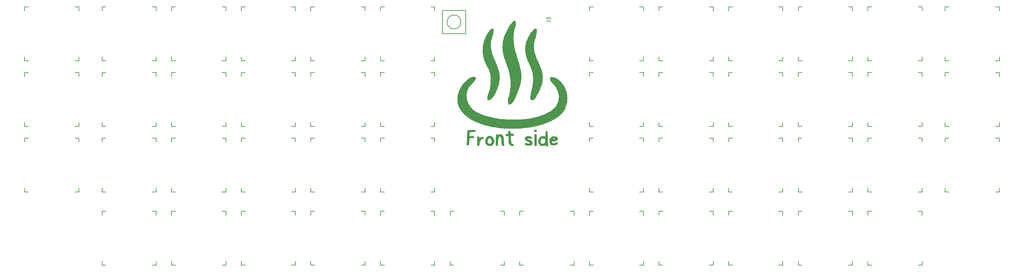
<source format=gbr>
%TF.GenerationSoftware,KiCad,Pcbnew,(6.0.7)*%
%TF.CreationDate,2022-09-18T11:37:26+07:00*%
%TF.ProjectId,Naked48,4e616b65-6434-4382-9e6b-696361645f70,rev?*%
%TF.SameCoordinates,Original*%
%TF.FileFunction,Legend,Top*%
%TF.FilePolarity,Positive*%
%FSLAX46Y46*%
G04 Gerber Fmt 4.6, Leading zero omitted, Abs format (unit mm)*
G04 Created by KiCad (PCBNEW (6.0.7)) date 2022-09-18 11:37:26*
%MOMM*%
%LPD*%
G01*
G04 APERTURE LIST*
%ADD10C,0.150000*%
%ADD11C,0.010000*%
G04 APERTURE END LIST*
D10*
%TO.C,J1*%
X151902380Y-23713333D02*
X152616666Y-23713333D01*
X152759523Y-23760952D01*
X152854761Y-23856190D01*
X152902380Y-23999047D01*
X152902380Y-24094285D01*
X152902380Y-22713333D02*
X152902380Y-23284761D01*
X152902380Y-22999047D02*
X151902380Y-22999047D01*
X152045238Y-23094285D01*
X152140476Y-23189523D01*
X152188095Y-23284761D01*
%TO.C,MX1*%
X18000000Y-20080000D02*
X17000000Y-20080000D01*
X17000000Y-21080000D02*
X17000000Y-20080000D01*
X31000000Y-33080000D02*
X31000000Y-34080000D01*
X17000000Y-34080000D02*
X17000000Y-33080000D01*
X31000000Y-20080000D02*
X31000000Y-21080000D01*
X31000000Y-20080000D02*
X30000000Y-20080000D01*
X17000000Y-34080000D02*
X18000000Y-34080000D01*
X30000000Y-34080000D02*
X31000000Y-34080000D01*
X31000000Y-34080000D02*
X30000000Y-34080000D01*
%TO.C,MX2*%
X51000000Y-34080000D02*
X50000000Y-34080000D01*
X51000000Y-20080000D02*
X51000000Y-21080000D01*
X37000000Y-21080000D02*
X37000000Y-20080000D01*
X51000000Y-33080000D02*
X51000000Y-34080000D01*
X37000000Y-34080000D02*
X38000000Y-34080000D01*
X38000000Y-20080000D02*
X37000000Y-20080000D01*
X50000000Y-34080000D02*
X51000000Y-34080000D01*
X51000000Y-20080000D02*
X50000000Y-20080000D01*
X37000000Y-34080000D02*
X37000000Y-33080000D01*
%TO.C,MX3*%
X55000000Y-21080000D02*
X55000000Y-20080000D01*
X68000000Y-34080000D02*
X69000000Y-34080000D01*
X69000000Y-33080000D02*
X69000000Y-34080000D01*
X69000000Y-34080000D02*
X68000000Y-34080000D01*
X56000000Y-20080000D02*
X55000000Y-20080000D01*
X69000000Y-20080000D02*
X69000000Y-21080000D01*
X55000000Y-34080000D02*
X56000000Y-34080000D01*
X55000000Y-34080000D02*
X55000000Y-33080000D01*
X69000000Y-20080000D02*
X68000000Y-20080000D01*
%TO.C,MX4*%
X87000000Y-34080000D02*
X86000000Y-34080000D01*
X73000000Y-21080000D02*
X73000000Y-20080000D01*
X86000000Y-34080000D02*
X87000000Y-34080000D01*
X74000000Y-20080000D02*
X73000000Y-20080000D01*
X87000000Y-20080000D02*
X87000000Y-21080000D01*
X73000000Y-34080000D02*
X73000000Y-33080000D01*
X87000000Y-33080000D02*
X87000000Y-34080000D01*
X87000000Y-20080000D02*
X86000000Y-20080000D01*
X73000000Y-34080000D02*
X74000000Y-34080000D01*
%TO.C,MX5*%
X104000000Y-34080000D02*
X105000000Y-34080000D01*
X105000000Y-33080000D02*
X105000000Y-34080000D01*
X91000000Y-21080000D02*
X91000000Y-20080000D01*
X105000000Y-20080000D02*
X104000000Y-20080000D01*
X105000000Y-20080000D02*
X105000000Y-21080000D01*
X105000000Y-34080000D02*
X104000000Y-34080000D01*
X91000000Y-34080000D02*
X92000000Y-34080000D01*
X92000000Y-20080000D02*
X91000000Y-20080000D01*
X91000000Y-34080000D02*
X91000000Y-33080000D01*
%TO.C,MX6*%
X110000000Y-20080000D02*
X109000000Y-20080000D01*
X123000000Y-33080000D02*
X123000000Y-34080000D01*
X123000000Y-20080000D02*
X122000000Y-20080000D01*
X109000000Y-21080000D02*
X109000000Y-20080000D01*
X109000000Y-34080000D02*
X110000000Y-34080000D01*
X123000000Y-20080000D02*
X123000000Y-21080000D01*
X109000000Y-34080000D02*
X109000000Y-33080000D01*
X123000000Y-34080000D02*
X122000000Y-34080000D01*
X122000000Y-34080000D02*
X123000000Y-34080000D01*
%TO.C,MX7*%
X163000000Y-21080000D02*
X163000000Y-20080000D01*
X177000000Y-34080000D02*
X176000000Y-34080000D01*
X163000000Y-34080000D02*
X164000000Y-34080000D01*
X163000000Y-34080000D02*
X163000000Y-33080000D01*
X164000000Y-20080000D02*
X163000000Y-20080000D01*
X177000000Y-33080000D02*
X177000000Y-34080000D01*
X176000000Y-34080000D02*
X177000000Y-34080000D01*
X177000000Y-20080000D02*
X176000000Y-20080000D01*
X177000000Y-20080000D02*
X177000000Y-21080000D01*
%TO.C,MX8*%
X182000000Y-20080000D02*
X181000000Y-20080000D01*
X181000000Y-34080000D02*
X181000000Y-33080000D01*
X181000000Y-34080000D02*
X182000000Y-34080000D01*
X194000000Y-34080000D02*
X195000000Y-34080000D01*
X181000000Y-21080000D02*
X181000000Y-20080000D01*
X195000000Y-33080000D02*
X195000000Y-34080000D01*
X195000000Y-20080000D02*
X194000000Y-20080000D01*
X195000000Y-34080000D02*
X194000000Y-34080000D01*
X195000000Y-20080000D02*
X195000000Y-21080000D01*
%TO.C,MX9*%
X213000000Y-20080000D02*
X213000000Y-21080000D01*
X199000000Y-21080000D02*
X199000000Y-20080000D01*
X213000000Y-34080000D02*
X212000000Y-34080000D01*
X199000000Y-34080000D02*
X200000000Y-34080000D01*
X213000000Y-33080000D02*
X213000000Y-34080000D01*
X200000000Y-20080000D02*
X199000000Y-20080000D01*
X213000000Y-20080000D02*
X212000000Y-20080000D01*
X212000000Y-34080000D02*
X213000000Y-34080000D01*
X199000000Y-34080000D02*
X199000000Y-33080000D01*
%TO.C,MX10*%
X217000000Y-21080000D02*
X217000000Y-20080000D01*
X231000000Y-20080000D02*
X230000000Y-20080000D01*
X218000000Y-20080000D02*
X217000000Y-20080000D01*
X217000000Y-34080000D02*
X217000000Y-33080000D01*
X231000000Y-20080000D02*
X231000000Y-21080000D01*
X217000000Y-34080000D02*
X218000000Y-34080000D01*
X231000000Y-34080000D02*
X230000000Y-34080000D01*
X230000000Y-34080000D02*
X231000000Y-34080000D01*
X231000000Y-33080000D02*
X231000000Y-34080000D01*
%TO.C,MX11*%
X249000000Y-34080000D02*
X248000000Y-34080000D01*
X235000000Y-34080000D02*
X235000000Y-33080000D01*
X249000000Y-33080000D02*
X249000000Y-34080000D01*
X249000000Y-20080000D02*
X249000000Y-21080000D01*
X249000000Y-20080000D02*
X248000000Y-20080000D01*
X235000000Y-34080000D02*
X236000000Y-34080000D01*
X235000000Y-21080000D02*
X235000000Y-20080000D01*
X236000000Y-20080000D02*
X235000000Y-20080000D01*
X248000000Y-34080000D02*
X249000000Y-34080000D01*
%TO.C,MX12*%
X255000000Y-21080000D02*
X255000000Y-20080000D01*
X269000000Y-20080000D02*
X268000000Y-20080000D01*
X269000000Y-34080000D02*
X268000000Y-34080000D01*
X256000000Y-20080000D02*
X255000000Y-20080000D01*
X269000000Y-33080000D02*
X269000000Y-34080000D01*
X255000000Y-34080000D02*
X256000000Y-34080000D01*
X269000000Y-20080000D02*
X269000000Y-21080000D01*
X268000000Y-34080000D02*
X269000000Y-34080000D01*
X255000000Y-34080000D02*
X255000000Y-33080000D01*
%TO.C,MX13*%
X17000000Y-51080000D02*
X18000000Y-51080000D01*
X31000000Y-51080000D02*
X30000000Y-51080000D01*
X31000000Y-37080000D02*
X30000000Y-37080000D01*
X18000000Y-37080000D02*
X17000000Y-37080000D01*
X17000000Y-51080000D02*
X17000000Y-50080000D01*
X31000000Y-37080000D02*
X31000000Y-38080000D01*
X17000000Y-38080000D02*
X17000000Y-37080000D01*
X30000000Y-51080000D02*
X31000000Y-51080000D01*
X31000000Y-50080000D02*
X31000000Y-51080000D01*
%TO.C,MX14*%
X37000000Y-51080000D02*
X38000000Y-51080000D01*
X50000000Y-51080000D02*
X51000000Y-51080000D01*
X38000000Y-37080000D02*
X37000000Y-37080000D01*
X37000000Y-51080000D02*
X37000000Y-50080000D01*
X51000000Y-37080000D02*
X50000000Y-37080000D01*
X51000000Y-50080000D02*
X51000000Y-51080000D01*
X37000000Y-38080000D02*
X37000000Y-37080000D01*
X51000000Y-37080000D02*
X51000000Y-38080000D01*
X51000000Y-51080000D02*
X50000000Y-51080000D01*
%TO.C,MX15*%
X68000000Y-51080000D02*
X69000000Y-51080000D01*
X69000000Y-50080000D02*
X69000000Y-51080000D01*
X69000000Y-37080000D02*
X69000000Y-38080000D01*
X55000000Y-38080000D02*
X55000000Y-37080000D01*
X55000000Y-51080000D02*
X56000000Y-51080000D01*
X69000000Y-51080000D02*
X68000000Y-51080000D01*
X56000000Y-37080000D02*
X55000000Y-37080000D01*
X69000000Y-37080000D02*
X68000000Y-37080000D01*
X55000000Y-51080000D02*
X55000000Y-50080000D01*
%TO.C,MX16*%
X87000000Y-51080000D02*
X86000000Y-51080000D01*
X87000000Y-37080000D02*
X86000000Y-37080000D01*
X87000000Y-37080000D02*
X87000000Y-38080000D01*
X74000000Y-37080000D02*
X73000000Y-37080000D01*
X86000000Y-51080000D02*
X87000000Y-51080000D01*
X73000000Y-51080000D02*
X74000000Y-51080000D01*
X73000000Y-38080000D02*
X73000000Y-37080000D01*
X87000000Y-50080000D02*
X87000000Y-51080000D01*
X73000000Y-51080000D02*
X73000000Y-50080000D01*
%TO.C,MX17*%
X91000000Y-51080000D02*
X92000000Y-51080000D01*
X105000000Y-37080000D02*
X105000000Y-38080000D01*
X92000000Y-37080000D02*
X91000000Y-37080000D01*
X105000000Y-37080000D02*
X104000000Y-37080000D01*
X91000000Y-51080000D02*
X91000000Y-50080000D01*
X104000000Y-51080000D02*
X105000000Y-51080000D01*
X105000000Y-51080000D02*
X104000000Y-51080000D01*
X91000000Y-38080000D02*
X91000000Y-37080000D01*
X105000000Y-50080000D02*
X105000000Y-51080000D01*
%TO.C,MX18*%
X122000000Y-51080000D02*
X123000000Y-51080000D01*
X123000000Y-51080000D02*
X122000000Y-51080000D01*
X109000000Y-38080000D02*
X109000000Y-37080000D01*
X123000000Y-37080000D02*
X123000000Y-38080000D01*
X123000000Y-50080000D02*
X123000000Y-51080000D01*
X109000000Y-51080000D02*
X109000000Y-50080000D01*
X110000000Y-37080000D02*
X109000000Y-37080000D01*
X109000000Y-51080000D02*
X110000000Y-51080000D01*
X123000000Y-37080000D02*
X122000000Y-37080000D01*
%TO.C,MX19*%
X176000000Y-51080000D02*
X177000000Y-51080000D01*
X177000000Y-50080000D02*
X177000000Y-51080000D01*
X163000000Y-51080000D02*
X163000000Y-50080000D01*
X177000000Y-51080000D02*
X176000000Y-51080000D01*
X163000000Y-51080000D02*
X164000000Y-51080000D01*
X163000000Y-38080000D02*
X163000000Y-37080000D01*
X164000000Y-37080000D02*
X163000000Y-37080000D01*
X177000000Y-37080000D02*
X177000000Y-38080000D01*
X177000000Y-37080000D02*
X176000000Y-37080000D01*
%TO.C,MX20*%
X181000000Y-51080000D02*
X181000000Y-50080000D01*
X195000000Y-51080000D02*
X194000000Y-51080000D01*
X194000000Y-51080000D02*
X195000000Y-51080000D01*
X195000000Y-50080000D02*
X195000000Y-51080000D01*
X181000000Y-51080000D02*
X182000000Y-51080000D01*
X195000000Y-37080000D02*
X194000000Y-37080000D01*
X181000000Y-38080000D02*
X181000000Y-37080000D01*
X182000000Y-37080000D02*
X181000000Y-37080000D01*
X195000000Y-37080000D02*
X195000000Y-38080000D01*
%TO.C,MX21*%
X200000000Y-37080000D02*
X199000000Y-37080000D01*
X199000000Y-51080000D02*
X199000000Y-50080000D01*
X199000000Y-38080000D02*
X199000000Y-37080000D01*
X212000000Y-51080000D02*
X213000000Y-51080000D01*
X199000000Y-51080000D02*
X200000000Y-51080000D01*
X213000000Y-37080000D02*
X212000000Y-37080000D01*
X213000000Y-51080000D02*
X212000000Y-51080000D01*
X213000000Y-37080000D02*
X213000000Y-38080000D01*
X213000000Y-50080000D02*
X213000000Y-51080000D01*
%TO.C,MX22*%
X217000000Y-38080000D02*
X217000000Y-37080000D01*
X231000000Y-37080000D02*
X231000000Y-38080000D01*
X230000000Y-51080000D02*
X231000000Y-51080000D01*
X231000000Y-50080000D02*
X231000000Y-51080000D01*
X218000000Y-37080000D02*
X217000000Y-37080000D01*
X217000000Y-51080000D02*
X218000000Y-51080000D01*
X231000000Y-51080000D02*
X230000000Y-51080000D01*
X231000000Y-37080000D02*
X230000000Y-37080000D01*
X217000000Y-51080000D02*
X217000000Y-50080000D01*
%TO.C,MX23*%
X236000000Y-37080000D02*
X235000000Y-37080000D01*
X249000000Y-51080000D02*
X248000000Y-51080000D01*
X248000000Y-51080000D02*
X249000000Y-51080000D01*
X249000000Y-50080000D02*
X249000000Y-51080000D01*
X235000000Y-51080000D02*
X236000000Y-51080000D01*
X235000000Y-38080000D02*
X235000000Y-37080000D01*
X249000000Y-37080000D02*
X249000000Y-38080000D01*
X249000000Y-37080000D02*
X248000000Y-37080000D01*
X235000000Y-51080000D02*
X235000000Y-50080000D01*
%TO.C,MX24*%
X269000000Y-51080000D02*
X268000000Y-51080000D01*
X256000000Y-37080000D02*
X255000000Y-37080000D01*
X268000000Y-51080000D02*
X269000000Y-51080000D01*
X255000000Y-51080000D02*
X255000000Y-50080000D01*
X269000000Y-37080000D02*
X269000000Y-38080000D01*
X255000000Y-38080000D02*
X255000000Y-37080000D01*
X255000000Y-51080000D02*
X256000000Y-51080000D01*
X269000000Y-37080000D02*
X268000000Y-37080000D01*
X269000000Y-50080000D02*
X269000000Y-51080000D01*
%TO.C,MX25*%
X30000000Y-68080000D02*
X31000000Y-68080000D01*
X17000000Y-68080000D02*
X18000000Y-68080000D01*
X31000000Y-67080000D02*
X31000000Y-68080000D01*
X18000000Y-54080000D02*
X17000000Y-54080000D01*
X17000000Y-68080000D02*
X17000000Y-67080000D01*
X31000000Y-54080000D02*
X30000000Y-54080000D01*
X31000000Y-68080000D02*
X30000000Y-68080000D01*
X17000000Y-55080000D02*
X17000000Y-54080000D01*
X31000000Y-54080000D02*
X31000000Y-55080000D01*
%TO.C,MX26*%
X51000000Y-86080000D02*
X51000000Y-87080000D01*
X37000000Y-87080000D02*
X37000000Y-86080000D01*
X37000000Y-74080000D02*
X37000000Y-73080000D01*
X51000000Y-73080000D02*
X50000000Y-73080000D01*
X50000000Y-87080000D02*
X51000000Y-87080000D01*
X37000000Y-87080000D02*
X38000000Y-87080000D01*
X51000000Y-73080000D02*
X51000000Y-74080000D01*
X38000000Y-73080000D02*
X37000000Y-73080000D01*
X51000000Y-87080000D02*
X50000000Y-87080000D01*
%TO.C,MX27*%
X51000000Y-54080000D02*
X50000000Y-54080000D01*
X37000000Y-55080000D02*
X37000000Y-54080000D01*
X50000000Y-68080000D02*
X51000000Y-68080000D01*
X51000000Y-54080000D02*
X51000000Y-55080000D01*
X38000000Y-54080000D02*
X37000000Y-54080000D01*
X37000000Y-68080000D02*
X37000000Y-67080000D01*
X51000000Y-68080000D02*
X50000000Y-68080000D01*
X51000000Y-67080000D02*
X51000000Y-68080000D01*
X37000000Y-68080000D02*
X38000000Y-68080000D01*
%TO.C,MX28*%
X69000000Y-73080000D02*
X69000000Y-74080000D01*
X69000000Y-73080000D02*
X68000000Y-73080000D01*
X55000000Y-74080000D02*
X55000000Y-73080000D01*
X55000000Y-87080000D02*
X55000000Y-86080000D01*
X55000000Y-87080000D02*
X56000000Y-87080000D01*
X56000000Y-73080000D02*
X55000000Y-73080000D01*
X69000000Y-86080000D02*
X69000000Y-87080000D01*
X68000000Y-87080000D02*
X69000000Y-87080000D01*
X69000000Y-87080000D02*
X68000000Y-87080000D01*
%TO.C,MX29*%
X55000000Y-68080000D02*
X56000000Y-68080000D01*
X68000000Y-68080000D02*
X69000000Y-68080000D01*
X56000000Y-54080000D02*
X55000000Y-54080000D01*
X69000000Y-68080000D02*
X68000000Y-68080000D01*
X69000000Y-54080000D02*
X68000000Y-54080000D01*
X55000000Y-68080000D02*
X55000000Y-67080000D01*
X69000000Y-67080000D02*
X69000000Y-68080000D01*
X55000000Y-55080000D02*
X55000000Y-54080000D01*
X69000000Y-54080000D02*
X69000000Y-55080000D01*
%TO.C,MX30*%
X87000000Y-73080000D02*
X87000000Y-74080000D01*
X86000000Y-87080000D02*
X87000000Y-87080000D01*
X87000000Y-86080000D02*
X87000000Y-87080000D01*
X74000000Y-73080000D02*
X73000000Y-73080000D01*
X73000000Y-74080000D02*
X73000000Y-73080000D01*
X73000000Y-87080000D02*
X73000000Y-86080000D01*
X73000000Y-87080000D02*
X74000000Y-87080000D01*
X87000000Y-73080000D02*
X86000000Y-73080000D01*
X87000000Y-87080000D02*
X86000000Y-87080000D01*
%TO.C,MX31*%
X87000000Y-54080000D02*
X87000000Y-55080000D01*
X73000000Y-55080000D02*
X73000000Y-54080000D01*
X87000000Y-54080000D02*
X86000000Y-54080000D01*
X86000000Y-68080000D02*
X87000000Y-68080000D01*
X73000000Y-68080000D02*
X74000000Y-68080000D01*
X87000000Y-67080000D02*
X87000000Y-68080000D01*
X73000000Y-68080000D02*
X73000000Y-67080000D01*
X74000000Y-54080000D02*
X73000000Y-54080000D01*
X87000000Y-68080000D02*
X86000000Y-68080000D01*
%TO.C,MX32*%
X105000000Y-86080000D02*
X105000000Y-87080000D01*
X91000000Y-87080000D02*
X92000000Y-87080000D01*
X92000000Y-73080000D02*
X91000000Y-73080000D01*
X91000000Y-87080000D02*
X91000000Y-86080000D01*
X105000000Y-87080000D02*
X104000000Y-87080000D01*
X105000000Y-73080000D02*
X105000000Y-74080000D01*
X105000000Y-73080000D02*
X104000000Y-73080000D01*
X104000000Y-87080000D02*
X105000000Y-87080000D01*
X91000000Y-74080000D02*
X91000000Y-73080000D01*
%TO.C,MX33*%
X105000000Y-54080000D02*
X105000000Y-55080000D01*
X91000000Y-68080000D02*
X92000000Y-68080000D01*
X92000000Y-54080000D02*
X91000000Y-54080000D01*
X91000000Y-68080000D02*
X91000000Y-67080000D01*
X105000000Y-68080000D02*
X104000000Y-68080000D01*
X105000000Y-54080000D02*
X104000000Y-54080000D01*
X104000000Y-68080000D02*
X105000000Y-68080000D01*
X105000000Y-67080000D02*
X105000000Y-68080000D01*
X91000000Y-55080000D02*
X91000000Y-54080000D01*
%TO.C,MX34*%
X110000000Y-73080000D02*
X109000000Y-73080000D01*
X109000000Y-87080000D02*
X110000000Y-87080000D01*
X109000000Y-74080000D02*
X109000000Y-73080000D01*
X123000000Y-73080000D02*
X122000000Y-73080000D01*
X123000000Y-73080000D02*
X123000000Y-74080000D01*
X123000000Y-87080000D02*
X122000000Y-87080000D01*
X123000000Y-86080000D02*
X123000000Y-87080000D01*
X109000000Y-87080000D02*
X109000000Y-86080000D01*
X122000000Y-87080000D02*
X123000000Y-87080000D01*
%TO.C,MX35*%
X123000000Y-67080000D02*
X123000000Y-68080000D01*
X122000000Y-68080000D02*
X123000000Y-68080000D01*
X109000000Y-68080000D02*
X110000000Y-68080000D01*
X110000000Y-54080000D02*
X109000000Y-54080000D01*
X123000000Y-54080000D02*
X122000000Y-54080000D01*
X123000000Y-68080000D02*
X122000000Y-68080000D01*
X109000000Y-55080000D02*
X109000000Y-54080000D01*
X109000000Y-68080000D02*
X109000000Y-67080000D01*
X123000000Y-54080000D02*
X123000000Y-55080000D01*
%TO.C,MX36*%
X141000000Y-86080000D02*
X141000000Y-87080000D01*
X127000000Y-87080000D02*
X128000000Y-87080000D01*
X128000000Y-73080000D02*
X127000000Y-73080000D01*
X141000000Y-87080000D02*
X140000000Y-87080000D01*
X127000000Y-74080000D02*
X127000000Y-73080000D01*
X127000000Y-87080000D02*
X127000000Y-86080000D01*
X140000000Y-87080000D02*
X141000000Y-87080000D01*
X141000000Y-73080000D02*
X141000000Y-74080000D01*
X141000000Y-73080000D02*
X140000000Y-73080000D01*
%TO.C,MX37*%
X163000000Y-55080000D02*
X163000000Y-54080000D01*
X177000000Y-54080000D02*
X176000000Y-54080000D01*
X177000000Y-54080000D02*
X177000000Y-55080000D01*
X163000000Y-68080000D02*
X164000000Y-68080000D01*
X163000000Y-68080000D02*
X163000000Y-67080000D01*
X164000000Y-54080000D02*
X163000000Y-54080000D01*
X177000000Y-67080000D02*
X177000000Y-68080000D01*
X177000000Y-68080000D02*
X176000000Y-68080000D01*
X176000000Y-68080000D02*
X177000000Y-68080000D01*
%TO.C,MX38*%
X145000000Y-87080000D02*
X145000000Y-86080000D01*
X145000000Y-74080000D02*
X145000000Y-73080000D01*
X158000000Y-87080000D02*
X159000000Y-87080000D01*
X146000000Y-73080000D02*
X145000000Y-73080000D01*
X159000000Y-73080000D02*
X158000000Y-73080000D01*
X159000000Y-86080000D02*
X159000000Y-87080000D01*
X159000000Y-87080000D02*
X158000000Y-87080000D01*
X159000000Y-73080000D02*
X159000000Y-74080000D01*
X145000000Y-87080000D02*
X146000000Y-87080000D01*
%TO.C,MX39*%
X195000000Y-68080000D02*
X194000000Y-68080000D01*
X181000000Y-68080000D02*
X181000000Y-67080000D01*
X194000000Y-68080000D02*
X195000000Y-68080000D01*
X195000000Y-54080000D02*
X195000000Y-55080000D01*
X181000000Y-55080000D02*
X181000000Y-54080000D01*
X195000000Y-67080000D02*
X195000000Y-68080000D01*
X181000000Y-68080000D02*
X182000000Y-68080000D01*
X182000000Y-54080000D02*
X181000000Y-54080000D01*
X195000000Y-54080000D02*
X194000000Y-54080000D01*
%TO.C,MX40*%
X163000000Y-87080000D02*
X163000000Y-86080000D01*
X163000000Y-74080000D02*
X163000000Y-73080000D01*
X177000000Y-87080000D02*
X176000000Y-87080000D01*
X177000000Y-73080000D02*
X177000000Y-74080000D01*
X163000000Y-87080000D02*
X164000000Y-87080000D01*
X176000000Y-87080000D02*
X177000000Y-87080000D01*
X177000000Y-86080000D02*
X177000000Y-87080000D01*
X164000000Y-73080000D02*
X163000000Y-73080000D01*
X177000000Y-73080000D02*
X176000000Y-73080000D01*
%TO.C,MX41*%
X213000000Y-68080000D02*
X212000000Y-68080000D01*
X213000000Y-67080000D02*
X213000000Y-68080000D01*
X199000000Y-68080000D02*
X200000000Y-68080000D01*
X213000000Y-54080000D02*
X213000000Y-55080000D01*
X200000000Y-54080000D02*
X199000000Y-54080000D01*
X199000000Y-55080000D02*
X199000000Y-54080000D01*
X212000000Y-68080000D02*
X213000000Y-68080000D01*
X213000000Y-54080000D02*
X212000000Y-54080000D01*
X199000000Y-68080000D02*
X199000000Y-67080000D01*
%TO.C,MX42*%
X181000000Y-74080000D02*
X181000000Y-73080000D01*
X181000000Y-87080000D02*
X181000000Y-86080000D01*
X182000000Y-73080000D02*
X181000000Y-73080000D01*
X195000000Y-87080000D02*
X194000000Y-87080000D01*
X194000000Y-87080000D02*
X195000000Y-87080000D01*
X195000000Y-73080000D02*
X195000000Y-74080000D01*
X181000000Y-87080000D02*
X182000000Y-87080000D01*
X195000000Y-73080000D02*
X194000000Y-73080000D01*
X195000000Y-86080000D02*
X195000000Y-87080000D01*
%TO.C,MX43*%
X217000000Y-55080000D02*
X217000000Y-54080000D01*
X231000000Y-54080000D02*
X231000000Y-55080000D01*
X217000000Y-68080000D02*
X218000000Y-68080000D01*
X231000000Y-67080000D02*
X231000000Y-68080000D01*
X231000000Y-68080000D02*
X230000000Y-68080000D01*
X218000000Y-54080000D02*
X217000000Y-54080000D01*
X217000000Y-68080000D02*
X217000000Y-67080000D01*
X231000000Y-54080000D02*
X230000000Y-54080000D01*
X230000000Y-68080000D02*
X231000000Y-68080000D01*
%TO.C,MX44*%
X212000000Y-87080000D02*
X213000000Y-87080000D01*
X213000000Y-73080000D02*
X212000000Y-73080000D01*
X199000000Y-87080000D02*
X199000000Y-86080000D01*
X213000000Y-87080000D02*
X212000000Y-87080000D01*
X199000000Y-87080000D02*
X200000000Y-87080000D01*
X213000000Y-86080000D02*
X213000000Y-87080000D01*
X199000000Y-74080000D02*
X199000000Y-73080000D01*
X200000000Y-73080000D02*
X199000000Y-73080000D01*
X213000000Y-73080000D02*
X213000000Y-74080000D01*
%TO.C,MX45*%
X249000000Y-54080000D02*
X249000000Y-55080000D01*
X236000000Y-54080000D02*
X235000000Y-54080000D01*
X249000000Y-68080000D02*
X248000000Y-68080000D01*
X235000000Y-68080000D02*
X236000000Y-68080000D01*
X235000000Y-55080000D02*
X235000000Y-54080000D01*
X249000000Y-54080000D02*
X248000000Y-54080000D01*
X249000000Y-67080000D02*
X249000000Y-68080000D01*
X248000000Y-68080000D02*
X249000000Y-68080000D01*
X235000000Y-68080000D02*
X235000000Y-67080000D01*
%TO.C,MX46*%
X217000000Y-87080000D02*
X218000000Y-87080000D01*
X231000000Y-86080000D02*
X231000000Y-87080000D01*
X217000000Y-87080000D02*
X217000000Y-86080000D01*
X231000000Y-73080000D02*
X231000000Y-74080000D01*
X231000000Y-73080000D02*
X230000000Y-73080000D01*
X231000000Y-87080000D02*
X230000000Y-87080000D01*
X218000000Y-73080000D02*
X217000000Y-73080000D01*
X230000000Y-87080000D02*
X231000000Y-87080000D01*
X217000000Y-74080000D02*
X217000000Y-73080000D01*
%TO.C,MX47*%
X269000000Y-68080000D02*
X268000000Y-68080000D01*
X269000000Y-54080000D02*
X269000000Y-55080000D01*
X268000000Y-68080000D02*
X269000000Y-68080000D01*
X269000000Y-54080000D02*
X268000000Y-54080000D01*
X255000000Y-68080000D02*
X255000000Y-67080000D01*
X269000000Y-67080000D02*
X269000000Y-68080000D01*
X255000000Y-55080000D02*
X255000000Y-54080000D01*
X255000000Y-68080000D02*
X256000000Y-68080000D01*
X256000000Y-54080000D02*
X255000000Y-54080000D01*
%TO.C,MX48*%
X249000000Y-87080000D02*
X248000000Y-87080000D01*
X235000000Y-87080000D02*
X235000000Y-86080000D01*
X249000000Y-73080000D02*
X249000000Y-74080000D01*
X248000000Y-87080000D02*
X249000000Y-87080000D01*
X235000000Y-87080000D02*
X236000000Y-87080000D01*
X235000000Y-74080000D02*
X235000000Y-73080000D01*
X249000000Y-86080000D02*
X249000000Y-87080000D01*
X236000000Y-73080000D02*
X235000000Y-73080000D01*
X249000000Y-73080000D02*
X248000000Y-73080000D01*
%TO.C,SW1*%
X125000000Y-27000000D02*
X125000000Y-21000000D01*
X125000000Y-21000000D02*
X131000000Y-21000000D01*
X131000000Y-21000000D02*
X131000000Y-27000000D01*
X131000000Y-27000000D02*
X125000000Y-27000000D01*
X129796051Y-24000000D02*
G75*
G03*
X129796051Y-24000000I-1796051J0D01*
G01*
%TO.C,G\u002A\u002A\u002A*%
G36*
X149265332Y-56104000D02*
G01*
X148757332Y-56104000D01*
X148757332Y-53140667D01*
X149265332Y-53140667D01*
X149265332Y-56104000D01*
G37*
D11*
X149265332Y-56104000D02*
X148757332Y-56104000D01*
X148757332Y-53140667D01*
X149265332Y-53140667D01*
X149265332Y-56104000D01*
G36*
X134377435Y-53664337D02*
G01*
X134439614Y-53748430D01*
X134448665Y-53903948D01*
X134448665Y-54170477D01*
X134733825Y-53994239D01*
X135000623Y-53871662D01*
X135265525Y-53817310D01*
X135485029Y-53831709D01*
X135615630Y-53915382D01*
X135633999Y-53983371D01*
X135564919Y-54128299D01*
X135347416Y-54272879D01*
X135250495Y-54318385D01*
X134969568Y-54477469D01*
X134786944Y-54687474D01*
X134702021Y-54851513D01*
X134599179Y-55131633D01*
X134539658Y-55396878D01*
X134534035Y-55469000D01*
X134504985Y-55816205D01*
X134421431Y-56020115D01*
X134273613Y-56100754D01*
X134224466Y-56104000D01*
X134050825Y-56063446D01*
X133977687Y-55993689D01*
X133963510Y-55871016D01*
X133955131Y-55614935D01*
X133953099Y-55261287D01*
X133957965Y-54845918D01*
X133959178Y-54787189D01*
X133982999Y-53691000D01*
X134215832Y-53664209D01*
X134377435Y-53664337D01*
G37*
X134377435Y-53664337D02*
X134439614Y-53748430D01*
X134448665Y-53903948D01*
X134448665Y-54170477D01*
X134733825Y-53994239D01*
X135000623Y-53871662D01*
X135265525Y-53817310D01*
X135485029Y-53831709D01*
X135615630Y-53915382D01*
X135633999Y-53983371D01*
X135564919Y-54128299D01*
X135347416Y-54272879D01*
X135250495Y-54318385D01*
X134969568Y-54477469D01*
X134786944Y-54687474D01*
X134702021Y-54851513D01*
X134599179Y-55131633D01*
X134539658Y-55396878D01*
X134534035Y-55469000D01*
X134504985Y-55816205D01*
X134421431Y-56020115D01*
X134273613Y-56100754D01*
X134224466Y-56104000D01*
X134050825Y-56063446D01*
X133977687Y-55993689D01*
X133963510Y-55871016D01*
X133955131Y-55614935D01*
X133953099Y-55261287D01*
X133957965Y-54845918D01*
X133959178Y-54787189D01*
X133982999Y-53691000D01*
X134215832Y-53664209D01*
X134377435Y-53664337D01*
G36*
X149191475Y-51971492D02*
G01*
X149325074Y-52120505D01*
X149325479Y-52320345D01*
X149323797Y-52324825D01*
X149193551Y-52434096D01*
X148966291Y-52463333D01*
X148765470Y-52452379D01*
X148687225Y-52388727D01*
X148684927Y-52226191D01*
X148688467Y-52188167D01*
X148727098Y-51997122D01*
X148825759Y-51923094D01*
X148959771Y-51913000D01*
X149191475Y-51971492D01*
G37*
X149191475Y-51971492D02*
X149325074Y-52120505D01*
X149325479Y-52320345D01*
X149323797Y-52324825D01*
X149193551Y-52434096D01*
X148966291Y-52463333D01*
X148765470Y-52452379D01*
X148687225Y-52388727D01*
X148684927Y-52226191D01*
X148688467Y-52188167D01*
X148727098Y-51997122D01*
X148825759Y-51923094D01*
X148959771Y-51913000D01*
X149191475Y-51971492D01*
G36*
X133206585Y-51998479D02*
G01*
X133392100Y-52019721D01*
X133496083Y-52063139D01*
X133521551Y-52087417D01*
X133582867Y-52253042D01*
X133571795Y-52335255D01*
X133508799Y-52400872D01*
X133361024Y-52440627D01*
X133097901Y-52459628D01*
X132805319Y-52463333D01*
X132448868Y-52473631D01*
X132182654Y-52501746D01*
X132042328Y-52543509D01*
X132032112Y-52553749D01*
X131994160Y-52683183D01*
X131955213Y-52921546D01*
X131932574Y-53125249D01*
X131888917Y-53606333D01*
X132512624Y-53606333D01*
X132834361Y-53610395D01*
X133024095Y-53629587D01*
X133119095Y-53674418D01*
X133156629Y-53755395D01*
X133162434Y-53789561D01*
X133154012Y-53915253D01*
X133066294Y-53994473D01*
X132870842Y-54038396D01*
X132539220Y-54058195D01*
X132474656Y-54059803D01*
X132221050Y-54073358D01*
X132040751Y-54097512D01*
X131998026Y-54111432D01*
X131964192Y-54208546D01*
X131926813Y-54437622D01*
X131891048Y-54761513D01*
X131868387Y-55044358D01*
X131807704Y-55934667D01*
X131294441Y-55934667D01*
X131355350Y-54050833D01*
X131375398Y-53502695D01*
X131397758Y-53012553D01*
X131420930Y-52605333D01*
X131443411Y-52305962D01*
X131463702Y-52139364D01*
X131471962Y-52114105D01*
X131574274Y-52088944D01*
X131809242Y-52061077D01*
X132140308Y-52034136D01*
X132474913Y-52014435D01*
X132910526Y-51997391D01*
X133206585Y-51998479D01*
G37*
X133206585Y-51998479D02*
X133392100Y-52019721D01*
X133496083Y-52063139D01*
X133521551Y-52087417D01*
X133582867Y-52253042D01*
X133571795Y-52335255D01*
X133508799Y-52400872D01*
X133361024Y-52440627D01*
X133097901Y-52459628D01*
X132805319Y-52463333D01*
X132448868Y-52473631D01*
X132182654Y-52501746D01*
X132042328Y-52543509D01*
X132032112Y-52553749D01*
X131994160Y-52683183D01*
X131955213Y-52921546D01*
X131932574Y-53125249D01*
X131888917Y-53606333D01*
X132512624Y-53606333D01*
X132834361Y-53610395D01*
X133024095Y-53629587D01*
X133119095Y-53674418D01*
X133156629Y-53755395D01*
X133162434Y-53789561D01*
X133154012Y-53915253D01*
X133066294Y-53994473D01*
X132870842Y-54038396D01*
X132539220Y-54058195D01*
X132474656Y-54059803D01*
X132221050Y-54073358D01*
X132040751Y-54097512D01*
X131998026Y-54111432D01*
X131964192Y-54208546D01*
X131926813Y-54437622D01*
X131891048Y-54761513D01*
X131868387Y-55044358D01*
X131807704Y-55934667D01*
X131294441Y-55934667D01*
X131355350Y-54050833D01*
X131375398Y-53502695D01*
X131397758Y-53012553D01*
X131420930Y-52605333D01*
X131443411Y-52305962D01*
X131463702Y-52139364D01*
X131471962Y-52114105D01*
X131574274Y-52088944D01*
X131809242Y-52061077D01*
X132140308Y-52034136D01*
X132474913Y-52014435D01*
X132910526Y-51997391D01*
X133206585Y-51998479D01*
G36*
X136057332Y-54752296D02*
G01*
X136074479Y-54471643D01*
X136147836Y-54264234D01*
X136310276Y-54047321D01*
X136359250Y-53992300D01*
X136705544Y-53689578D01*
X137056657Y-53532790D01*
X137392162Y-53529698D01*
X137491698Y-53561942D01*
X137868853Y-53805717D01*
X138145877Y-54169865D01*
X138307217Y-54628058D01*
X138343015Y-55002774D01*
X138267351Y-55391723D01*
X138063387Y-55712261D01*
X137764328Y-55946864D01*
X137403380Y-56078005D01*
X137013750Y-56088161D01*
X136628644Y-55959806D01*
X136581404Y-55932496D01*
X136293965Y-55660159D01*
X136117919Y-55266017D01*
X136076671Y-54920958D01*
X136614383Y-54920958D01*
X136702503Y-55266284D01*
X136762857Y-55374634D01*
X136898630Y-55531881D01*
X137068663Y-55584409D01*
X137226600Y-55579640D01*
X137450822Y-55535112D01*
X137593346Y-55415448D01*
X137687560Y-55249935D01*
X137780544Y-55009619D01*
X137780320Y-54804708D01*
X137739071Y-54657268D01*
X137574057Y-54309200D01*
X137371171Y-54115861D01*
X137141419Y-54081644D01*
X136895811Y-54210943D01*
X136814848Y-54288439D01*
X136652781Y-54575156D01*
X136614383Y-54920958D01*
X136076671Y-54920958D01*
X136057341Y-54759254D01*
X136057332Y-54752296D01*
G37*
X136057332Y-54752296D02*
X136074479Y-54471643D01*
X136147836Y-54264234D01*
X136310276Y-54047321D01*
X136359250Y-53992300D01*
X136705544Y-53689578D01*
X137056657Y-53532790D01*
X137392162Y-53529698D01*
X137491698Y-53561942D01*
X137868853Y-53805717D01*
X138145877Y-54169865D01*
X138307217Y-54628058D01*
X138343015Y-55002774D01*
X138267351Y-55391723D01*
X138063387Y-55712261D01*
X137764328Y-55946864D01*
X137403380Y-56078005D01*
X137013750Y-56088161D01*
X136628644Y-55959806D01*
X136581404Y-55932496D01*
X136293965Y-55660159D01*
X136117919Y-55266017D01*
X136076671Y-54920958D01*
X136614383Y-54920958D01*
X136702503Y-55266284D01*
X136762857Y-55374634D01*
X136898630Y-55531881D01*
X137068663Y-55584409D01*
X137226600Y-55579640D01*
X137450822Y-55535112D01*
X137593346Y-55415448D01*
X137687560Y-55249935D01*
X137780544Y-55009619D01*
X137780320Y-54804708D01*
X137739071Y-54657268D01*
X137574057Y-54309200D01*
X137371171Y-54115861D01*
X137141419Y-54081644D01*
X136895811Y-54210943D01*
X136814848Y-54288439D01*
X136652781Y-54575156D01*
X136614383Y-54920958D01*
X136076671Y-54920958D01*
X136057341Y-54759254D01*
X136057332Y-54752296D01*
G36*
X142377577Y-52276636D02*
G01*
X142461360Y-52381160D01*
X142524428Y-52609664D01*
X142524816Y-52611500D01*
X142582326Y-52836235D01*
X142661196Y-52940291D01*
X142811105Y-52969939D01*
X142911179Y-52971333D01*
X143202381Y-53010475D01*
X143407699Y-53113550D01*
X143493809Y-53259033D01*
X143482079Y-53340090D01*
X143395636Y-53430148D01*
X143202302Y-53472457D01*
X143002656Y-53479333D01*
X142576665Y-53479333D01*
X142579435Y-53839167D01*
X142609777Y-54462861D01*
X142687634Y-54971608D01*
X142808890Y-55352645D01*
X142969430Y-55593210D01*
X143165137Y-55680541D01*
X143173396Y-55680667D01*
X143320330Y-55748821D01*
X143397919Y-55899138D01*
X143376276Y-56026974D01*
X143245243Y-56096518D01*
X143023594Y-56099049D01*
X142772641Y-56042334D01*
X142553695Y-55934141D01*
X142535490Y-55920451D01*
X142333883Y-55718358D01*
X142196002Y-55463135D01*
X142112500Y-55123070D01*
X142074029Y-54666451D01*
X142068665Y-54336776D01*
X142068665Y-53495446D01*
X141740975Y-53539399D01*
X141470806Y-53541379D01*
X141339021Y-53451497D01*
X141337962Y-53263600D01*
X141349239Y-53224576D01*
X141443892Y-53099291D01*
X141646999Y-53056633D01*
X141688732Y-53056000D01*
X141861645Y-53047050D01*
X141949186Y-52990367D01*
X141986046Y-52841206D01*
X142000526Y-52653833D01*
X142025005Y-52409920D01*
X142074538Y-52291265D01*
X142175108Y-52253796D01*
X142237620Y-52251667D01*
X142377577Y-52276636D01*
G37*
X142377577Y-52276636D02*
X142461360Y-52381160D01*
X142524428Y-52609664D01*
X142524816Y-52611500D01*
X142582326Y-52836235D01*
X142661196Y-52940291D01*
X142811105Y-52969939D01*
X142911179Y-52971333D01*
X143202381Y-53010475D01*
X143407699Y-53113550D01*
X143493809Y-53259033D01*
X143482079Y-53340090D01*
X143395636Y-53430148D01*
X143202302Y-53472457D01*
X143002656Y-53479333D01*
X142576665Y-53479333D01*
X142579435Y-53839167D01*
X142609777Y-54462861D01*
X142687634Y-54971608D01*
X142808890Y-55352645D01*
X142969430Y-55593210D01*
X143165137Y-55680541D01*
X143173396Y-55680667D01*
X143320330Y-55748821D01*
X143397919Y-55899138D01*
X143376276Y-56026974D01*
X143245243Y-56096518D01*
X143023594Y-56099049D01*
X142772641Y-56042334D01*
X142553695Y-55934141D01*
X142535490Y-55920451D01*
X142333883Y-55718358D01*
X142196002Y-55463135D01*
X142112500Y-55123070D01*
X142074029Y-54666451D01*
X142068665Y-54336776D01*
X142068665Y-53495446D01*
X141740975Y-53539399D01*
X141470806Y-53541379D01*
X141339021Y-53451497D01*
X141337962Y-53263600D01*
X141349239Y-53224576D01*
X141443892Y-53099291D01*
X141646999Y-53056633D01*
X141688732Y-53056000D01*
X141861645Y-53047050D01*
X141949186Y-52990367D01*
X141986046Y-52841206D01*
X142000526Y-52653833D01*
X142025005Y-52409920D01*
X142074538Y-52291265D01*
X142175108Y-52253796D01*
X142237620Y-52251667D01*
X142377577Y-52276636D01*
G36*
X149802026Y-54731238D02*
G01*
X149907583Y-54286125D01*
X150115975Y-53957336D01*
X150447324Y-53713436D01*
X150456684Y-53708506D01*
X150823563Y-53600061D01*
X151229639Y-53610019D01*
X151487832Y-53686356D01*
X151561064Y-53703349D01*
X151605303Y-53655152D01*
X151627702Y-53511771D01*
X151635413Y-53243211D01*
X151635999Y-53065058D01*
X151635999Y-52378667D01*
X152130805Y-52378667D01*
X152175239Y-53966167D01*
X152190794Y-54489204D01*
X152206874Y-54972876D01*
X152222248Y-55384096D01*
X152235686Y-55689778D01*
X152245335Y-55850000D01*
X152245902Y-56054541D01*
X152181922Y-56146823D01*
X152084561Y-56172856D01*
X151881479Y-56125008D01*
X151795382Y-56034864D01*
X151710526Y-55931327D01*
X151602336Y-55919153D01*
X151413039Y-55987175D01*
X150953411Y-56106184D01*
X150543812Y-56073991D01*
X150204000Y-55905998D01*
X149953733Y-55617610D01*
X149812768Y-55224228D01*
X149802074Y-54790296D01*
X150299371Y-54790296D01*
X150311141Y-55095426D01*
X150410506Y-55346204D01*
X150539008Y-55524773D01*
X150717753Y-55590766D01*
X150833839Y-55596000D01*
X151132932Y-55535071D01*
X151297332Y-55426667D01*
X151448964Y-55302359D01*
X151551332Y-55257333D01*
X151616245Y-55205990D01*
X151630738Y-55038013D01*
X151595953Y-54732478D01*
X151584018Y-54658060D01*
X151497800Y-54407107D01*
X151307372Y-54234834D01*
X151251545Y-54203061D01*
X150931759Y-54095555D01*
X150668855Y-54147267D01*
X150464352Y-54357756D01*
X150418414Y-54443711D01*
X150299371Y-54790296D01*
X149802074Y-54790296D01*
X149800865Y-54741257D01*
X149802026Y-54731238D01*
G37*
X149802026Y-54731238D02*
X149907583Y-54286125D01*
X150115975Y-53957336D01*
X150447324Y-53713436D01*
X150456684Y-53708506D01*
X150823563Y-53600061D01*
X151229639Y-53610019D01*
X151487832Y-53686356D01*
X151561064Y-53703349D01*
X151605303Y-53655152D01*
X151627702Y-53511771D01*
X151635413Y-53243211D01*
X151635999Y-53065058D01*
X151635999Y-52378667D01*
X152130805Y-52378667D01*
X152175239Y-53966167D01*
X152190794Y-54489204D01*
X152206874Y-54972876D01*
X152222248Y-55384096D01*
X152235686Y-55689778D01*
X152245335Y-55850000D01*
X152245902Y-56054541D01*
X152181922Y-56146823D01*
X152084561Y-56172856D01*
X151881479Y-56125008D01*
X151795382Y-56034864D01*
X151710526Y-55931327D01*
X151602336Y-55919153D01*
X151413039Y-55987175D01*
X150953411Y-56106184D01*
X150543812Y-56073991D01*
X150204000Y-55905998D01*
X149953733Y-55617610D01*
X149812768Y-55224228D01*
X149802074Y-54790296D01*
X150299371Y-54790296D01*
X150311141Y-55095426D01*
X150410506Y-55346204D01*
X150539008Y-55524773D01*
X150717753Y-55590766D01*
X150833839Y-55596000D01*
X151132932Y-55535071D01*
X151297332Y-55426667D01*
X151448964Y-55302359D01*
X151551332Y-55257333D01*
X151616245Y-55205990D01*
X151630738Y-55038013D01*
X151595953Y-54732478D01*
X151584018Y-54658060D01*
X151497800Y-54407107D01*
X151307372Y-54234834D01*
X151251545Y-54203061D01*
X150931759Y-54095555D01*
X150668855Y-54147267D01*
X150464352Y-54357756D01*
X150418414Y-54443711D01*
X150299371Y-54790296D01*
X149802074Y-54790296D01*
X149800865Y-54741257D01*
X149802026Y-54731238D01*
G36*
X147595866Y-53630658D02*
G01*
X147861280Y-53747414D01*
X148034931Y-53920892D01*
X148079999Y-54085122D01*
X148011670Y-54201854D01*
X147842412Y-54243867D01*
X147625814Y-54205707D01*
X147498962Y-54144281D01*
X147316522Y-54091488D01*
X147110884Y-54108971D01*
X146948663Y-54182050D01*
X146894665Y-54277455D01*
X146972994Y-54369761D01*
X147185097Y-54464304D01*
X147324782Y-54505254D01*
X147617581Y-54606480D01*
X147871121Y-54737886D01*
X147956358Y-54802195D01*
X148155359Y-55072434D01*
X148227523Y-55366660D01*
X148176274Y-55642914D01*
X148005033Y-55859237D01*
X147863861Y-55936366D01*
X147571102Y-55999143D01*
X147207689Y-56012475D01*
X146848101Y-55979169D01*
X146566817Y-55902037D01*
X146534832Y-55886239D01*
X146365073Y-55736857D01*
X146304124Y-55562888D01*
X146361819Y-55416102D01*
X146436694Y-55369664D01*
X146596158Y-55370547D01*
X146820060Y-55438160D01*
X146871653Y-55461162D01*
X147130648Y-55544191D01*
X147368162Y-55554729D01*
X147552221Y-55505590D01*
X147650849Y-55409589D01*
X147632072Y-55279541D01*
X147549804Y-55189380D01*
X147415538Y-55112688D01*
X147179782Y-55006792D01*
X146970955Y-54924100D01*
X146605517Y-54733656D01*
X146382121Y-54501272D01*
X146306013Y-54247434D01*
X146382440Y-53992625D01*
X146616647Y-53757331D01*
X146664104Y-53725994D01*
X146955772Y-53609420D01*
X147280195Y-53581150D01*
X147595866Y-53630658D01*
G37*
X147595866Y-53630658D02*
X147861280Y-53747414D01*
X148034931Y-53920892D01*
X148079999Y-54085122D01*
X148011670Y-54201854D01*
X147842412Y-54243867D01*
X147625814Y-54205707D01*
X147498962Y-54144281D01*
X147316522Y-54091488D01*
X147110884Y-54108971D01*
X146948663Y-54182050D01*
X146894665Y-54277455D01*
X146972994Y-54369761D01*
X147185097Y-54464304D01*
X147324782Y-54505254D01*
X147617581Y-54606480D01*
X147871121Y-54737886D01*
X147956358Y-54802195D01*
X148155359Y-55072434D01*
X148227523Y-55366660D01*
X148176274Y-55642914D01*
X148005033Y-55859237D01*
X147863861Y-55936366D01*
X147571102Y-55999143D01*
X147207689Y-56012475D01*
X146848101Y-55979169D01*
X146566817Y-55902037D01*
X146534832Y-55886239D01*
X146365073Y-55736857D01*
X146304124Y-55562888D01*
X146361819Y-55416102D01*
X146436694Y-55369664D01*
X146596158Y-55370547D01*
X146820060Y-55438160D01*
X146871653Y-55461162D01*
X147130648Y-55544191D01*
X147368162Y-55554729D01*
X147552221Y-55505590D01*
X147650849Y-55409589D01*
X147632072Y-55279541D01*
X147549804Y-55189380D01*
X147415538Y-55112688D01*
X147179782Y-55006792D01*
X146970955Y-54924100D01*
X146605517Y-54733656D01*
X146382121Y-54501272D01*
X146306013Y-54247434D01*
X146382440Y-53992625D01*
X146616647Y-53757331D01*
X146664104Y-53725994D01*
X146955772Y-53609420D01*
X147280195Y-53581150D01*
X147595866Y-53630658D01*
G36*
X140271422Y-53193909D02*
G01*
X140320376Y-53230531D01*
X140503867Y-53397846D01*
X140631400Y-53585292D01*
X140716209Y-53830552D01*
X140771526Y-54171311D01*
X140809107Y-54622333D01*
X140839479Y-55023930D01*
X140875236Y-55397667D01*
X140910695Y-55687506D01*
X140927138Y-55786500D01*
X140959328Y-55992669D01*
X140928558Y-56082308D01*
X140810848Y-56103670D01*
X140769362Y-56104000D01*
X140575441Y-56064528D01*
X140434833Y-55933237D01*
X140339724Y-55690812D01*
X140282301Y-55317936D01*
X140255791Y-54834261D01*
X140241551Y-54438517D01*
X140219495Y-54172647D01*
X140180664Y-53997195D01*
X140116102Y-53872705D01*
X140016851Y-53759722D01*
X140010358Y-53753208D01*
X139858967Y-53612913D01*
X139761140Y-53583897D01*
X139652942Y-53655505D01*
X139617020Y-53687662D01*
X139467002Y-53883505D01*
X139363553Y-54169861D01*
X139301671Y-54570004D01*
X139276353Y-55107213D01*
X139275137Y-55278500D01*
X139272386Y-55658370D01*
X139260485Y-55899893D01*
X139233178Y-56034031D01*
X139184208Y-56091746D01*
X139108311Y-56104000D01*
X138941882Y-56035563D01*
X138844640Y-55922162D01*
X138805144Y-55776196D01*
X138785208Y-55512400D01*
X138784444Y-55114982D01*
X138802466Y-54568150D01*
X138808242Y-54440495D01*
X138832055Y-53946637D01*
X138853034Y-53597018D01*
X138876233Y-53366726D01*
X138906704Y-53230853D01*
X138949501Y-53164485D01*
X139009677Y-53142714D01*
X139071913Y-53140667D01*
X139226649Y-53174462D01*
X139274665Y-53235700D01*
X139316127Y-53285061D01*
X139380499Y-53246740D01*
X139531695Y-53175787D01*
X139761045Y-53113632D01*
X139790674Y-53108005D01*
X140055081Y-53096821D01*
X140271422Y-53193909D01*
G37*
X140271422Y-53193909D02*
X140320376Y-53230531D01*
X140503867Y-53397846D01*
X140631400Y-53585292D01*
X140716209Y-53830552D01*
X140771526Y-54171311D01*
X140809107Y-54622333D01*
X140839479Y-55023930D01*
X140875236Y-55397667D01*
X140910695Y-55687506D01*
X140927138Y-55786500D01*
X140959328Y-55992669D01*
X140928558Y-56082308D01*
X140810848Y-56103670D01*
X140769362Y-56104000D01*
X140575441Y-56064528D01*
X140434833Y-55933237D01*
X140339724Y-55690812D01*
X140282301Y-55317936D01*
X140255791Y-54834261D01*
X140241551Y-54438517D01*
X140219495Y-54172647D01*
X140180664Y-53997195D01*
X140116102Y-53872705D01*
X140016851Y-53759722D01*
X140010358Y-53753208D01*
X139858967Y-53612913D01*
X139761140Y-53583897D01*
X139652942Y-53655505D01*
X139617020Y-53687662D01*
X139467002Y-53883505D01*
X139363553Y-54169861D01*
X139301671Y-54570004D01*
X139276353Y-55107213D01*
X139275137Y-55278500D01*
X139272386Y-55658370D01*
X139260485Y-55899893D01*
X139233178Y-56034031D01*
X139184208Y-56091746D01*
X139108311Y-56104000D01*
X138941882Y-56035563D01*
X138844640Y-55922162D01*
X138805144Y-55776196D01*
X138785208Y-55512400D01*
X138784444Y-55114982D01*
X138802466Y-54568150D01*
X138808242Y-54440495D01*
X138832055Y-53946637D01*
X138853034Y-53597018D01*
X138876233Y-53366726D01*
X138906704Y-53230853D01*
X138949501Y-53164485D01*
X139009677Y-53142714D01*
X139071913Y-53140667D01*
X139226649Y-53174462D01*
X139274665Y-53235700D01*
X139316127Y-53285061D01*
X139380499Y-53246740D01*
X139531695Y-53175787D01*
X139761045Y-53113632D01*
X139790674Y-53108005D01*
X140055081Y-53096821D01*
X140271422Y-53193909D01*
G36*
X152814156Y-54221453D02*
G01*
X152974036Y-54053491D01*
X153061247Y-53971593D01*
X153276067Y-53780498D01*
X153440639Y-53682285D01*
X153626089Y-53651761D01*
X153903546Y-53663733D01*
X153925907Y-53665342D01*
X154337794Y-53732523D01*
X154605381Y-53870294D01*
X154742640Y-54089044D01*
X154768665Y-54291988D01*
X154700431Y-54567519D01*
X154494369Y-54748219D01*
X154148444Y-54835568D01*
X154008993Y-54844017D01*
X153717391Y-54862367D01*
X153459786Y-54895854D01*
X153403407Y-54907517D01*
X153248842Y-54968390D01*
X153228564Y-55076391D01*
X153252767Y-55152188D01*
X153382088Y-55330398D01*
X153544322Y-55443586D01*
X153704552Y-55493194D01*
X153866761Y-55469808D01*
X154096031Y-55362430D01*
X154128344Y-55344907D01*
X154431137Y-55218425D01*
X154644864Y-55212447D01*
X154755864Y-55325431D01*
X154768665Y-55417104D01*
X154690137Y-55603445D01*
X154478689Y-55763481D01*
X154170527Y-55879294D01*
X153801858Y-55932965D01*
X153722841Y-55934667D01*
X153419764Y-55920319D01*
X153211000Y-55861121D01*
X153022789Y-55732841D01*
X152970834Y-55687612D01*
X152821570Y-55541674D01*
X152738626Y-55403599D01*
X152702673Y-55216739D01*
X152694385Y-54924447D01*
X152694332Y-54877202D01*
X152699310Y-54571588D01*
X152725895Y-54405033D01*
X153371665Y-54405033D01*
X153667999Y-54406553D01*
X153905843Y-54385934D01*
X154081275Y-54333809D01*
X154088880Y-54329307D01*
X154174468Y-54249300D01*
X154120721Y-54183951D01*
X153954966Y-54122891D01*
X153728595Y-54139736D01*
X153573966Y-54236556D01*
X153371665Y-54405033D01*
X152725895Y-54405033D01*
X152730916Y-54373578D01*
X152814156Y-54221453D01*
G37*
X152814156Y-54221453D02*
X152974036Y-54053491D01*
X153061247Y-53971593D01*
X153276067Y-53780498D01*
X153440639Y-53682285D01*
X153626089Y-53651761D01*
X153903546Y-53663733D01*
X153925907Y-53665342D01*
X154337794Y-53732523D01*
X154605381Y-53870294D01*
X154742640Y-54089044D01*
X154768665Y-54291988D01*
X154700431Y-54567519D01*
X154494369Y-54748219D01*
X154148444Y-54835568D01*
X154008993Y-54844017D01*
X153717391Y-54862367D01*
X153459786Y-54895854D01*
X153403407Y-54907517D01*
X153248842Y-54968390D01*
X153228564Y-55076391D01*
X153252767Y-55152188D01*
X153382088Y-55330398D01*
X153544322Y-55443586D01*
X153704552Y-55493194D01*
X153866761Y-55469808D01*
X154096031Y-55362430D01*
X154128344Y-55344907D01*
X154431137Y-55218425D01*
X154644864Y-55212447D01*
X154755864Y-55325431D01*
X154768665Y-55417104D01*
X154690137Y-55603445D01*
X154478689Y-55763481D01*
X154170527Y-55879294D01*
X153801858Y-55932965D01*
X153722841Y-55934667D01*
X153419764Y-55920319D01*
X153211000Y-55861121D01*
X153022789Y-55732841D01*
X152970834Y-55687612D01*
X152821570Y-55541674D01*
X152738626Y-55403599D01*
X152702673Y-55216739D01*
X152694385Y-54924447D01*
X152694332Y-54877202D01*
X152699310Y-54571588D01*
X152725895Y-54405033D01*
X153371665Y-54405033D01*
X153667999Y-54406553D01*
X153905843Y-54385934D01*
X154081275Y-54333809D01*
X154088880Y-54329307D01*
X154174468Y-54249300D01*
X154120721Y-54183951D01*
X153954966Y-54122891D01*
X153728595Y-54139736D01*
X153573966Y-54236556D01*
X153371665Y-54405033D01*
X152725895Y-54405033D01*
X152730916Y-54373578D01*
X152814156Y-54221453D01*
G36*
X143741201Y-23690512D02*
G01*
X143821314Y-23805742D01*
X143875418Y-23999059D01*
X143903850Y-24271501D01*
X143908703Y-24499000D01*
X143906368Y-24682195D01*
X143897703Y-24829021D01*
X143878151Y-24962685D01*
X143843155Y-25106395D01*
X143788158Y-25283359D01*
X143709223Y-25515000D01*
X143630493Y-25749145D01*
X143556469Y-25981707D01*
X143494755Y-26187980D01*
X143452955Y-26343257D01*
X143448635Y-26361666D01*
X143385377Y-26717669D01*
X143340256Y-27137868D01*
X143313504Y-27603707D01*
X143305355Y-28096629D01*
X143316043Y-28598080D01*
X143345800Y-29089503D01*
X143394859Y-29552342D01*
X143407393Y-29642500D01*
X143436904Y-29856720D01*
X143461318Y-30055036D01*
X143477941Y-30214154D01*
X143484028Y-30305207D01*
X143494598Y-30399014D01*
X143517319Y-30438389D01*
X143524270Y-30436777D01*
X143544411Y-30456207D01*
X143543843Y-30534404D01*
X143542232Y-30546329D01*
X143534251Y-30631107D01*
X143540804Y-30660589D01*
X143542352Y-30659424D01*
X143558276Y-30692176D01*
X143591099Y-30794992D01*
X143637348Y-30955753D01*
X143693551Y-31162345D01*
X143756236Y-31402651D01*
X143763814Y-31432332D01*
X143842667Y-31731235D01*
X143939403Y-32081369D01*
X144045668Y-32453466D01*
X144153109Y-32818257D01*
X144249786Y-33135000D01*
X144454645Y-33796707D01*
X144632955Y-34385250D01*
X144786300Y-34907320D01*
X144916268Y-35369608D01*
X145024443Y-35778804D01*
X145112412Y-36141600D01*
X145181760Y-36464685D01*
X145234075Y-36754752D01*
X145270941Y-37018491D01*
X145293946Y-37262592D01*
X145304674Y-37493747D01*
X145305906Y-37590432D01*
X145309466Y-37765694D01*
X145318031Y-37904012D01*
X145330149Y-37987225D01*
X145338916Y-38003182D01*
X145362597Y-38039662D01*
X145370666Y-38111665D01*
X145359849Y-38184534D01*
X145337179Y-38199301D01*
X145319526Y-38221583D01*
X145318593Y-38302972D01*
X145320863Y-38325680D01*
X145326470Y-38440392D01*
X145323433Y-38590493D01*
X145313595Y-38755848D01*
X145298800Y-38916321D01*
X145280891Y-39051776D01*
X145261711Y-39142076D01*
X145243801Y-39167583D01*
X145224654Y-39182663D01*
X145230356Y-39227011D01*
X145232315Y-39306046D01*
X145216642Y-39440912D01*
X145187004Y-39615886D01*
X145147070Y-39815245D01*
X145100507Y-40023266D01*
X145050983Y-40224225D01*
X145002167Y-40402399D01*
X144957726Y-40542065D01*
X144921327Y-40627501D01*
X144899404Y-40645709D01*
X144880417Y-40656497D01*
X144887692Y-40686292D01*
X144884638Y-40760974D01*
X144848145Y-40909918D01*
X144779271Y-41130065D01*
X144679073Y-41418356D01*
X144548609Y-41771733D01*
X144388936Y-42187136D01*
X144227130Y-42596500D01*
X144093863Y-42929713D01*
X143988241Y-43192365D01*
X143906556Y-43392540D01*
X143845104Y-43538325D01*
X143800179Y-43637807D01*
X143768074Y-43699072D01*
X143745086Y-43730206D01*
X143727507Y-43739295D01*
X143711631Y-43734427D01*
X143706934Y-43731631D01*
X143684813Y-43732880D01*
X143695086Y-43755144D01*
X143692995Y-43817558D01*
X143652693Y-43928471D01*
X143583884Y-44071680D01*
X143496273Y-44230986D01*
X143399565Y-44390187D01*
X143303464Y-44533082D01*
X143217675Y-44643471D01*
X143151903Y-44705153D01*
X143122774Y-44710555D01*
X143102040Y-44719943D01*
X143108446Y-44747046D01*
X143091611Y-44810151D01*
X143018524Y-44900175D01*
X142907173Y-45003337D01*
X142775546Y-45105853D01*
X142641632Y-45193940D01*
X142523419Y-45253815D01*
X142438896Y-45271694D01*
X142427349Y-45268916D01*
X142382680Y-45265049D01*
X142390587Y-45291820D01*
X142388414Y-45323409D01*
X142329227Y-45316449D01*
X142267948Y-45311870D01*
X142261605Y-45330947D01*
X142247018Y-45361635D01*
X142201665Y-45369333D01*
X142133775Y-45339982D01*
X142072244Y-45243754D01*
X142045858Y-45180429D01*
X142007953Y-45054360D01*
X141995133Y-44952951D01*
X141999539Y-44924230D01*
X142004545Y-44878550D01*
X141988332Y-44879822D01*
X141960078Y-44859896D01*
X141938109Y-44774858D01*
X141923883Y-44644122D01*
X141918859Y-44487105D01*
X141924495Y-44323222D01*
X141937404Y-44201945D01*
X141973625Y-43995188D01*
X142017535Y-43801454D01*
X142064432Y-43636247D01*
X142109614Y-43515074D01*
X142148381Y-43453442D01*
X142165225Y-43450516D01*
X142188484Y-43449906D01*
X142179545Y-43430165D01*
X142177994Y-43370945D01*
X142198355Y-43252016D01*
X142236611Y-43094270D01*
X142260157Y-43010874D01*
X142309939Y-42813274D01*
X142361992Y-42557605D01*
X142412805Y-42267025D01*
X142458868Y-41964690D01*
X142496670Y-41673758D01*
X142522700Y-41417388D01*
X142533447Y-41218736D01*
X142533536Y-41207584D01*
X142539804Y-41094169D01*
X142554920Y-41029790D01*
X142566082Y-41023766D01*
X142580314Y-40995623D01*
X142587382Y-40902895D01*
X142585800Y-40765469D01*
X142585639Y-40761681D01*
X142583596Y-40605246D01*
X142587259Y-40393337D01*
X142595864Y-40154896D01*
X142607295Y-39940083D01*
X142617621Y-39737744D01*
X142621679Y-39569971D01*
X142619425Y-39452566D01*
X142610810Y-39401334D01*
X142608905Y-39400333D01*
X142593742Y-39361396D01*
X142582410Y-39258129D01*
X142576900Y-39110850D01*
X142576666Y-39071139D01*
X142554132Y-38604282D01*
X142488012Y-38079582D01*
X142380525Y-37510402D01*
X142233890Y-36910106D01*
X142193546Y-36764398D01*
X142144202Y-36577084D01*
X142109141Y-36417948D01*
X142092011Y-36305509D01*
X142094298Y-36260440D01*
X142098997Y-36232588D01*
X142068538Y-36246578D01*
X142031321Y-36253866D01*
X142035424Y-36195455D01*
X142037962Y-36185432D01*
X142047935Y-36122361D01*
X142037254Y-36115634D01*
X142014221Y-36089071D01*
X141971160Y-35997675D01*
X141913721Y-35857291D01*
X141847556Y-35683766D01*
X141778314Y-35492945D01*
X141711646Y-35300673D01*
X141653203Y-35122796D01*
X141608634Y-34975160D01*
X141583591Y-34873611D01*
X141581198Y-34836717D01*
X141580267Y-34800245D01*
X141565182Y-34804375D01*
X141536991Y-34777459D01*
X141491478Y-34686948D01*
X141434829Y-34550585D01*
X141373232Y-34386113D01*
X141312875Y-34211274D01*
X141259945Y-34043811D01*
X141220630Y-33901467D01*
X141201116Y-33801983D01*
X141203150Y-33766250D01*
X141211257Y-33734788D01*
X141179538Y-33748912D01*
X141141914Y-33756173D01*
X141146572Y-33696993D01*
X141147882Y-33691894D01*
X141155119Y-33628655D01*
X141141005Y-33619563D01*
X141113174Y-33594204D01*
X141073736Y-33508880D01*
X141029714Y-33386216D01*
X140988134Y-33248836D01*
X140956020Y-33119368D01*
X140940397Y-33020435D01*
X140942953Y-32981676D01*
X140945484Y-32939643D01*
X140928918Y-32942489D01*
X140903421Y-32914724D01*
X140866981Y-32817047D01*
X140822827Y-32663016D01*
X140774193Y-32466193D01*
X140724307Y-32240135D01*
X140676401Y-31998403D01*
X140633706Y-31754556D01*
X140611664Y-31611000D01*
X140584917Y-31401386D01*
X140560917Y-31168575D01*
X140540421Y-30926536D01*
X140524184Y-30689238D01*
X140512965Y-30470650D01*
X140507519Y-30284740D01*
X140508603Y-30145480D01*
X140516973Y-30066837D01*
X140527401Y-30055224D01*
X140547236Y-30032235D01*
X140554163Y-29944906D01*
X140551413Y-29875059D01*
X140551281Y-29736968D01*
X140564942Y-29559005D01*
X140589522Y-29356728D01*
X140622148Y-29145695D01*
X140659948Y-28941464D01*
X140700048Y-28759593D01*
X140739577Y-28615638D01*
X140775660Y-28525157D01*
X140804737Y-28503252D01*
X140823067Y-28491926D01*
X140815395Y-28460869D01*
X140815952Y-28377565D01*
X140853305Y-28220090D01*
X140927602Y-27987989D01*
X141038986Y-27680809D01*
X141181215Y-27314166D01*
X141284849Y-27054418D01*
X141362670Y-26863785D01*
X141419502Y-26732454D01*
X141460169Y-26650611D01*
X141489495Y-26608443D01*
X141512301Y-26596135D01*
X141531063Y-26602368D01*
X141554043Y-26601370D01*
X141546321Y-26584371D01*
X141544028Y-26520480D01*
X141571614Y-26414737D01*
X141586064Y-26376747D01*
X141648847Y-26237745D01*
X141730903Y-26074855D01*
X141823114Y-25903896D01*
X141916365Y-25740686D01*
X142001542Y-25601043D01*
X142069527Y-25500786D01*
X142111206Y-25455733D01*
X142117083Y-25455260D01*
X142136490Y-25445057D01*
X142130144Y-25419162D01*
X142144342Y-25362681D01*
X142199927Y-25252541D01*
X142287719Y-25102988D01*
X142398538Y-24928269D01*
X142523202Y-24742632D01*
X142652531Y-24560323D01*
X142777345Y-24395590D01*
X142837332Y-24321703D01*
X142932328Y-24220109D01*
X143011070Y-24157008D01*
X143052849Y-24145666D01*
X143078395Y-24146949D01*
X143071344Y-24130694D01*
X143079116Y-24076906D01*
X143131378Y-24008676D01*
X143201086Y-23951695D01*
X143261197Y-23931653D01*
X143274510Y-23937696D01*
X143290923Y-23940295D01*
X143281839Y-23920775D01*
X143290804Y-23861521D01*
X143355321Y-23787777D01*
X143452510Y-23716948D01*
X143559492Y-23666434D01*
X143634746Y-23652333D01*
X143741201Y-23690512D01*
G37*
X143741201Y-23690512D02*
X143821314Y-23805742D01*
X143875418Y-23999059D01*
X143903850Y-24271501D01*
X143908703Y-24499000D01*
X143906368Y-24682195D01*
X143897703Y-24829021D01*
X143878151Y-24962685D01*
X143843155Y-25106395D01*
X143788158Y-25283359D01*
X143709223Y-25515000D01*
X143630493Y-25749145D01*
X143556469Y-25981707D01*
X143494755Y-26187980D01*
X143452955Y-26343257D01*
X143448635Y-26361666D01*
X143385377Y-26717669D01*
X143340256Y-27137868D01*
X143313504Y-27603707D01*
X143305355Y-28096629D01*
X143316043Y-28598080D01*
X143345800Y-29089503D01*
X143394859Y-29552342D01*
X143407393Y-29642500D01*
X143436904Y-29856720D01*
X143461318Y-30055036D01*
X143477941Y-30214154D01*
X143484028Y-30305207D01*
X143494598Y-30399014D01*
X143517319Y-30438389D01*
X143524270Y-30436777D01*
X143544411Y-30456207D01*
X143543843Y-30534404D01*
X143542232Y-30546329D01*
X143534251Y-30631107D01*
X143540804Y-30660589D01*
X143542352Y-30659424D01*
X143558276Y-30692176D01*
X143591099Y-30794992D01*
X143637348Y-30955753D01*
X143693551Y-31162345D01*
X143756236Y-31402651D01*
X143763814Y-31432332D01*
X143842667Y-31731235D01*
X143939403Y-32081369D01*
X144045668Y-32453466D01*
X144153109Y-32818257D01*
X144249786Y-33135000D01*
X144454645Y-33796707D01*
X144632955Y-34385250D01*
X144786300Y-34907320D01*
X144916268Y-35369608D01*
X145024443Y-35778804D01*
X145112412Y-36141600D01*
X145181760Y-36464685D01*
X145234075Y-36754752D01*
X145270941Y-37018491D01*
X145293946Y-37262592D01*
X145304674Y-37493747D01*
X145305906Y-37590432D01*
X145309466Y-37765694D01*
X145318031Y-37904012D01*
X145330149Y-37987225D01*
X145338916Y-38003182D01*
X145362597Y-38039662D01*
X145370666Y-38111665D01*
X145359849Y-38184534D01*
X145337179Y-38199301D01*
X145319526Y-38221583D01*
X145318593Y-38302972D01*
X145320863Y-38325680D01*
X145326470Y-38440392D01*
X145323433Y-38590493D01*
X145313595Y-38755848D01*
X145298800Y-38916321D01*
X145280891Y-39051776D01*
X145261711Y-39142076D01*
X145243801Y-39167583D01*
X145224654Y-39182663D01*
X145230356Y-39227011D01*
X145232315Y-39306046D01*
X145216642Y-39440912D01*
X145187004Y-39615886D01*
X145147070Y-39815245D01*
X145100507Y-40023266D01*
X145050983Y-40224225D01*
X145002167Y-40402399D01*
X144957726Y-40542065D01*
X144921327Y-40627501D01*
X144899404Y-40645709D01*
X144880417Y-40656497D01*
X144887692Y-40686292D01*
X144884638Y-40760974D01*
X144848145Y-40909918D01*
X144779271Y-41130065D01*
X144679073Y-41418356D01*
X144548609Y-41771733D01*
X144388936Y-42187136D01*
X144227130Y-42596500D01*
X144093863Y-42929713D01*
X143988241Y-43192365D01*
X143906556Y-43392540D01*
X143845104Y-43538325D01*
X143800179Y-43637807D01*
X143768074Y-43699072D01*
X143745086Y-43730206D01*
X143727507Y-43739295D01*
X143711631Y-43734427D01*
X143706934Y-43731631D01*
X143684813Y-43732880D01*
X143695086Y-43755144D01*
X143692995Y-43817558D01*
X143652693Y-43928471D01*
X143583884Y-44071680D01*
X143496273Y-44230986D01*
X143399565Y-44390187D01*
X143303464Y-44533082D01*
X143217675Y-44643471D01*
X143151903Y-44705153D01*
X143122774Y-44710555D01*
X143102040Y-44719943D01*
X143108446Y-44747046D01*
X143091611Y-44810151D01*
X143018524Y-44900175D01*
X142907173Y-45003337D01*
X142775546Y-45105853D01*
X142641632Y-45193940D01*
X142523419Y-45253815D01*
X142438896Y-45271694D01*
X142427349Y-45268916D01*
X142382680Y-45265049D01*
X142390587Y-45291820D01*
X142388414Y-45323409D01*
X142329227Y-45316449D01*
X142267948Y-45311870D01*
X142261605Y-45330947D01*
X142247018Y-45361635D01*
X142201665Y-45369333D01*
X142133775Y-45339982D01*
X142072244Y-45243754D01*
X142045858Y-45180429D01*
X142007953Y-45054360D01*
X141995133Y-44952951D01*
X141999539Y-44924230D01*
X142004545Y-44878550D01*
X141988332Y-44879822D01*
X141960078Y-44859896D01*
X141938109Y-44774858D01*
X141923883Y-44644122D01*
X141918859Y-44487105D01*
X141924495Y-44323222D01*
X141937404Y-44201945D01*
X141973625Y-43995188D01*
X142017535Y-43801454D01*
X142064432Y-43636247D01*
X142109614Y-43515074D01*
X142148381Y-43453442D01*
X142165225Y-43450516D01*
X142188484Y-43449906D01*
X142179545Y-43430165D01*
X142177994Y-43370945D01*
X142198355Y-43252016D01*
X142236611Y-43094270D01*
X142260157Y-43010874D01*
X142309939Y-42813274D01*
X142361992Y-42557605D01*
X142412805Y-42267025D01*
X142458868Y-41964690D01*
X142496670Y-41673758D01*
X142522700Y-41417388D01*
X142533447Y-41218736D01*
X142533536Y-41207584D01*
X142539804Y-41094169D01*
X142554920Y-41029790D01*
X142566082Y-41023766D01*
X142580314Y-40995623D01*
X142587382Y-40902895D01*
X142585800Y-40765469D01*
X142585639Y-40761681D01*
X142583596Y-40605246D01*
X142587259Y-40393337D01*
X142595864Y-40154896D01*
X142607295Y-39940083D01*
X142617621Y-39737744D01*
X142621679Y-39569971D01*
X142619425Y-39452566D01*
X142610810Y-39401334D01*
X142608905Y-39400333D01*
X142593742Y-39361396D01*
X142582410Y-39258129D01*
X142576900Y-39110850D01*
X142576666Y-39071139D01*
X142554132Y-38604282D01*
X142488012Y-38079582D01*
X142380525Y-37510402D01*
X142233890Y-36910106D01*
X142193546Y-36764398D01*
X142144202Y-36577084D01*
X142109141Y-36417948D01*
X142092011Y-36305509D01*
X142094298Y-36260440D01*
X142098997Y-36232588D01*
X142068538Y-36246578D01*
X142031321Y-36253866D01*
X142035424Y-36195455D01*
X142037962Y-36185432D01*
X142047935Y-36122361D01*
X142037254Y-36115634D01*
X142014221Y-36089071D01*
X141971160Y-35997675D01*
X141913721Y-35857291D01*
X141847556Y-35683766D01*
X141778314Y-35492945D01*
X141711646Y-35300673D01*
X141653203Y-35122796D01*
X141608634Y-34975160D01*
X141583591Y-34873611D01*
X141581198Y-34836717D01*
X141580267Y-34800245D01*
X141565182Y-34804375D01*
X141536991Y-34777459D01*
X141491478Y-34686948D01*
X141434829Y-34550585D01*
X141373232Y-34386113D01*
X141312875Y-34211274D01*
X141259945Y-34043811D01*
X141220630Y-33901467D01*
X141201116Y-33801983D01*
X141203150Y-33766250D01*
X141211257Y-33734788D01*
X141179538Y-33748912D01*
X141141914Y-33756173D01*
X141146572Y-33696993D01*
X141147882Y-33691894D01*
X141155119Y-33628655D01*
X141141005Y-33619563D01*
X141113174Y-33594204D01*
X141073736Y-33508880D01*
X141029714Y-33386216D01*
X140988134Y-33248836D01*
X140956020Y-33119368D01*
X140940397Y-33020435D01*
X140942953Y-32981676D01*
X140945484Y-32939643D01*
X140928918Y-32942489D01*
X140903421Y-32914724D01*
X140866981Y-32817047D01*
X140822827Y-32663016D01*
X140774193Y-32466193D01*
X140724307Y-32240135D01*
X140676401Y-31998403D01*
X140633706Y-31754556D01*
X140611664Y-31611000D01*
X140584917Y-31401386D01*
X140560917Y-31168575D01*
X140540421Y-30926536D01*
X140524184Y-30689238D01*
X140512965Y-30470650D01*
X140507519Y-30284740D01*
X140508603Y-30145480D01*
X140516973Y-30066837D01*
X140527401Y-30055224D01*
X140547236Y-30032235D01*
X140554163Y-29944906D01*
X140551413Y-29875059D01*
X140551281Y-29736968D01*
X140564942Y-29559005D01*
X140589522Y-29356728D01*
X140622148Y-29145695D01*
X140659948Y-28941464D01*
X140700048Y-28759593D01*
X140739577Y-28615638D01*
X140775660Y-28525157D01*
X140804737Y-28503252D01*
X140823067Y-28491926D01*
X140815395Y-28460869D01*
X140815952Y-28377565D01*
X140853305Y-28220090D01*
X140927602Y-27987989D01*
X141038986Y-27680809D01*
X141181215Y-27314166D01*
X141284849Y-27054418D01*
X141362670Y-26863785D01*
X141419502Y-26732454D01*
X141460169Y-26650611D01*
X141489495Y-26608443D01*
X141512301Y-26596135D01*
X141531063Y-26602368D01*
X141554043Y-26601370D01*
X141546321Y-26584371D01*
X141544028Y-26520480D01*
X141571614Y-26414737D01*
X141586064Y-26376747D01*
X141648847Y-26237745D01*
X141730903Y-26074855D01*
X141823114Y-25903896D01*
X141916365Y-25740686D01*
X142001542Y-25601043D01*
X142069527Y-25500786D01*
X142111206Y-25455733D01*
X142117083Y-25455260D01*
X142136490Y-25445057D01*
X142130144Y-25419162D01*
X142144342Y-25362681D01*
X142199927Y-25252541D01*
X142287719Y-25102988D01*
X142398538Y-24928269D01*
X142523202Y-24742632D01*
X142652531Y-24560323D01*
X142777345Y-24395590D01*
X142837332Y-24321703D01*
X142932328Y-24220109D01*
X143011070Y-24157008D01*
X143052849Y-24145666D01*
X143078395Y-24146949D01*
X143071344Y-24130694D01*
X143079116Y-24076906D01*
X143131378Y-24008676D01*
X143201086Y-23951695D01*
X143261197Y-23931653D01*
X143274510Y-23937696D01*
X143290923Y-23940295D01*
X143281839Y-23920775D01*
X143290804Y-23861521D01*
X143355321Y-23787777D01*
X143452510Y-23716948D01*
X143559492Y-23666434D01*
X143634746Y-23652333D01*
X143741201Y-23690512D01*
G36*
X133190862Y-38185949D02*
G01*
X133384665Y-38253847D01*
X133530473Y-38388213D01*
X133543526Y-38407231D01*
X133582405Y-38477286D01*
X133589972Y-38543040D01*
X133565628Y-38636653D01*
X133537821Y-38713267D01*
X133467139Y-38882283D01*
X133389679Y-39036669D01*
X133315247Y-39159992D01*
X133253652Y-39235821D01*
X133217456Y-39249976D01*
X133197303Y-39260148D01*
X133204949Y-39292568D01*
X133190103Y-39343031D01*
X133121375Y-39438005D01*
X132996125Y-39580554D01*
X132811713Y-39773738D01*
X132646394Y-39940350D01*
X132330721Y-40266438D01*
X132075725Y-40557348D01*
X131872164Y-40825649D01*
X131710795Y-41083911D01*
X131582375Y-41344702D01*
X131542440Y-41441600D01*
X131481640Y-41579203D01*
X131427639Y-41671016D01*
X131390258Y-41700642D01*
X131387953Y-41699643D01*
X131365604Y-41701131D01*
X131374326Y-41720297D01*
X131377120Y-41780282D01*
X131359408Y-41899509D01*
X131324809Y-42056060D01*
X131308622Y-42118421D01*
X131270194Y-42275021D01*
X131243325Y-42426429D01*
X131226047Y-42593606D01*
X131216390Y-42797514D01*
X131212384Y-43059116D01*
X131212004Y-43146833D01*
X131219211Y-43535515D01*
X131246401Y-43867276D01*
X131298455Y-44168501D01*
X131380255Y-44465579D01*
X131496684Y-44784897D01*
X131530490Y-44868181D01*
X131586143Y-45016671D01*
X131620906Y-45136756D01*
X131628499Y-45205998D01*
X131626518Y-45211295D01*
X131625533Y-45236343D01*
X131641297Y-45229428D01*
X131683888Y-45247567D01*
X131745490Y-45322763D01*
X131781160Y-45381638D01*
X131864654Y-45522947D01*
X131968052Y-45683821D01*
X132022132Y-45762838D01*
X132094906Y-45878264D01*
X132136433Y-45968824D01*
X132139663Y-46007304D01*
X132139441Y-46038379D01*
X132152244Y-46037132D01*
X132197043Y-46060247D01*
X132280395Y-46132225D01*
X132388339Y-46237951D01*
X132506912Y-46362311D01*
X132622154Y-46490189D01*
X132720102Y-46606472D01*
X132786794Y-46696045D01*
X132808270Y-46743794D01*
X132807095Y-46746052D01*
X132805666Y-46761356D01*
X132824440Y-46752530D01*
X132886250Y-46756065D01*
X132966561Y-46801132D01*
X133037338Y-46865387D01*
X133070545Y-46926489D01*
X133066695Y-46945597D01*
X133065370Y-46971101D01*
X133084998Y-46962395D01*
X133139246Y-46971253D01*
X133242696Y-47020046D01*
X133375900Y-47099152D01*
X133419622Y-47127941D01*
X133627551Y-47257363D01*
X133892296Y-47406160D01*
X134191710Y-47563152D01*
X134503649Y-47717159D01*
X134805966Y-47857001D01*
X135076517Y-47971498D01*
X135137536Y-47995209D01*
X135297658Y-48061242D01*
X135414879Y-48119875D01*
X135474289Y-48163160D01*
X135477673Y-48176535D01*
X135479280Y-48198741D01*
X135497191Y-48190561D01*
X135550986Y-48192895D01*
X135671323Y-48217086D01*
X135843953Y-48259674D01*
X136054627Y-48317196D01*
X136233982Y-48369540D01*
X136552426Y-48461173D01*
X136898731Y-48554186D01*
X137260179Y-48645745D01*
X137624048Y-48733021D01*
X137977618Y-48813179D01*
X138308170Y-48883389D01*
X138602984Y-48940818D01*
X138849339Y-48982635D01*
X139034515Y-49006008D01*
X139110649Y-49010000D01*
X139167519Y-49026575D01*
X139169132Y-49051848D01*
X139175803Y-49076287D01*
X139205534Y-49069803D01*
X139269757Y-49065759D01*
X139399282Y-49072217D01*
X139575578Y-49087823D01*
X139780115Y-49111224D01*
X139789816Y-49112456D01*
X140242757Y-49168250D01*
X140649521Y-49213457D01*
X141027741Y-49249112D01*
X141395049Y-49276248D01*
X141769075Y-49295900D01*
X142167452Y-49309104D01*
X142607812Y-49316892D01*
X143107786Y-49320300D01*
X143338666Y-49320673D01*
X143952519Y-49318118D01*
X144498284Y-49309199D01*
X144992368Y-49292914D01*
X145451181Y-49268262D01*
X145891130Y-49234238D01*
X146328623Y-49189841D01*
X146780070Y-49134069D01*
X147085166Y-49091759D01*
X148052067Y-48930860D01*
X148974264Y-48733227D01*
X149845809Y-48500812D01*
X150660761Y-48235569D01*
X151413173Y-47939450D01*
X152097101Y-47614408D01*
X152706600Y-47262395D01*
X152761006Y-47227236D01*
X152907295Y-47137847D01*
X153029561Y-47074383D01*
X153109352Y-47045927D01*
X153126845Y-47047173D01*
X153153587Y-47049487D01*
X153146629Y-47032949D01*
X153159683Y-46983056D01*
X153223715Y-46911134D01*
X153315267Y-46835493D01*
X153410877Y-46774442D01*
X153487086Y-46746290D01*
X153509603Y-46749674D01*
X153539606Y-46758779D01*
X153531222Y-46745705D01*
X153547880Y-46705609D01*
X153612671Y-46619911D01*
X153712993Y-46501997D01*
X153836241Y-46365252D01*
X153969814Y-46223061D01*
X154101106Y-46088810D01*
X154217516Y-45975883D01*
X154306440Y-45897667D01*
X154355274Y-45867546D01*
X154357840Y-45867798D01*
X154374998Y-45852734D01*
X154367367Y-45836404D01*
X154374274Y-45779901D01*
X154420959Y-45682201D01*
X154464426Y-45613105D01*
X154723158Y-45170504D01*
X154913500Y-44693806D01*
X155038115Y-44174596D01*
X155099590Y-43605932D01*
X155107993Y-43402228D01*
X155110727Y-43234966D01*
X155107872Y-43119000D01*
X155099506Y-43069182D01*
X155096749Y-43068680D01*
X155074542Y-43046818D01*
X155065006Y-42966810D01*
X155064999Y-42964259D01*
X155050576Y-42828782D01*
X155011121Y-42635081D01*
X154952354Y-42403817D01*
X154879995Y-42155650D01*
X154799763Y-41911240D01*
X154717379Y-41691249D01*
X154702756Y-41655822D01*
X154634207Y-41486368D01*
X154580081Y-41340782D01*
X154548090Y-41240400D01*
X154542765Y-41213191D01*
X154527341Y-41160445D01*
X154513236Y-41158049D01*
X154478400Y-41135540D01*
X154422935Y-41058308D01*
X154359295Y-40949564D01*
X154299932Y-40832522D01*
X154257301Y-40730395D01*
X154243853Y-40666396D01*
X154245970Y-40659862D01*
X154246622Y-40634724D01*
X154229670Y-40642159D01*
X154171807Y-40639277D01*
X154122230Y-40587027D01*
X154107102Y-40518797D01*
X154115395Y-40496313D01*
X154122306Y-40464947D01*
X154104040Y-40471979D01*
X154061303Y-40452297D01*
X153975165Y-40379771D01*
X153856843Y-40266251D01*
X153717554Y-40123585D01*
X153568515Y-39963625D01*
X153420942Y-39798219D01*
X153286054Y-39639218D01*
X153175066Y-39498470D01*
X153149719Y-39463833D01*
X153033475Y-39283004D01*
X152943648Y-39107355D01*
X152888178Y-38955627D01*
X152875006Y-38846561D01*
X152879785Y-38826720D01*
X152882790Y-38782949D01*
X152863181Y-38786799D01*
X152838215Y-38764798D01*
X152823873Y-38669896D01*
X152821332Y-38581860D01*
X152824825Y-38457760D01*
X152845196Y-38376684D01*
X152897281Y-38329518D01*
X152995917Y-38307148D01*
X153155941Y-38300459D01*
X153279878Y-38300169D01*
X153706025Y-38341523D01*
X154129782Y-38464854D01*
X154553491Y-38671048D01*
X154937999Y-38929173D01*
X155103643Y-39062774D01*
X155269901Y-39210822D01*
X155425368Y-39361387D01*
X155558642Y-39502535D01*
X155658321Y-39622336D01*
X155713002Y-39708856D01*
X155717522Y-39744894D01*
X155711813Y-39775000D01*
X155730134Y-39767705D01*
X155787759Y-39773239D01*
X155849785Y-39827436D01*
X155890466Y-39899846D01*
X155888105Y-39954539D01*
X155880483Y-39986596D01*
X155900328Y-39978840D01*
X155958191Y-39981722D01*
X156007767Y-40033972D01*
X156022896Y-40102202D01*
X156014602Y-40124686D01*
X156007754Y-40155919D01*
X156027494Y-40148071D01*
X156076956Y-40159026D01*
X156134476Y-40219194D01*
X156179067Y-40298255D01*
X156189741Y-40365893D01*
X156185445Y-40376244D01*
X156191108Y-40407621D01*
X156211001Y-40406798D01*
X156252643Y-40436211D01*
X156317873Y-40522952D01*
X156395653Y-40647083D01*
X156474947Y-40788670D01*
X156544719Y-40927775D01*
X156593932Y-41044464D01*
X156611549Y-41118800D01*
X156610044Y-41127615D01*
X156612533Y-41163525D01*
X156628554Y-41158883D01*
X156660024Y-41183232D01*
X156707825Y-41268003D01*
X156763952Y-41392527D01*
X156820398Y-41536133D01*
X156869156Y-41678151D01*
X156902220Y-41797911D01*
X156911583Y-41874742D01*
X156909517Y-41884234D01*
X156907631Y-41924850D01*
X156923505Y-41921738D01*
X156948819Y-41949425D01*
X156985234Y-42044951D01*
X157028733Y-42192848D01*
X157075304Y-42377648D01*
X157120930Y-42583884D01*
X157161597Y-42796087D01*
X157181053Y-42914000D01*
X157205572Y-43146670D01*
X157219426Y-43438283D01*
X157222939Y-43763831D01*
X157216434Y-44098308D01*
X157200234Y-44416705D01*
X157174664Y-44694016D01*
X157156359Y-44822123D01*
X157035929Y-45361887D01*
X156861143Y-45902032D01*
X156641280Y-46419497D01*
X156385620Y-46891225D01*
X156227133Y-47131225D01*
X156125755Y-47262234D01*
X156043169Y-47347925D01*
X155991501Y-47376015D01*
X155987070Y-47374442D01*
X155961282Y-47371894D01*
X155973722Y-47398997D01*
X155961430Y-47450911D01*
X155901480Y-47539577D01*
X155810610Y-47647463D01*
X155705556Y-47757037D01*
X155603054Y-47850763D01*
X155519842Y-47911111D01*
X155474512Y-47921958D01*
X155451887Y-47923030D01*
X155458977Y-47938418D01*
X155449048Y-47993018D01*
X155390414Y-48070721D01*
X155306393Y-48150116D01*
X155220303Y-48209795D01*
X155155462Y-48228349D01*
X155146782Y-48225051D01*
X155113833Y-48216535D01*
X155122159Y-48237742D01*
X155109342Y-48287975D01*
X155045631Y-48360121D01*
X154954557Y-48435721D01*
X154859648Y-48496319D01*
X154784435Y-48523456D01*
X154762876Y-48519588D01*
X154732559Y-48513709D01*
X154739296Y-48531060D01*
X154726812Y-48580001D01*
X154665254Y-48644337D01*
X154582125Y-48703349D01*
X154504931Y-48736322D01*
X154470376Y-48733624D01*
X154439069Y-48740237D01*
X154439533Y-48763436D01*
X154416126Y-48807924D01*
X154378742Y-48813897D01*
X154321842Y-48831387D01*
X154315242Y-48856230D01*
X154289092Y-48893774D01*
X154250538Y-48898362D01*
X154198550Y-48908506D01*
X154197630Y-48926084D01*
X154175171Y-48962715D01*
X154095331Y-49024367D01*
X153977392Y-49100136D01*
X153840642Y-49179118D01*
X153704364Y-49250412D01*
X153587844Y-49303113D01*
X153510367Y-49326318D01*
X153493391Y-49324240D01*
X153462847Y-49317988D01*
X153471312Y-49338656D01*
X153449228Y-49378196D01*
X153357643Y-49441969D01*
X153206802Y-49525753D01*
X153006947Y-49625329D01*
X152768321Y-49736474D01*
X152501167Y-49854970D01*
X152215728Y-49976594D01*
X151922246Y-50097126D01*
X151630965Y-50212346D01*
X151352127Y-50318033D01*
X151095975Y-50409965D01*
X150872752Y-50483923D01*
X150692701Y-50535686D01*
X150566065Y-50561032D01*
X150509350Y-50559176D01*
X150466300Y-50555406D01*
X150468304Y-50570623D01*
X150438572Y-50595560D01*
X150335228Y-50635925D01*
X150167388Y-50689151D01*
X149944173Y-50752669D01*
X149674700Y-50823911D01*
X149368088Y-50900309D01*
X149033456Y-50979296D01*
X148947832Y-50998841D01*
X148347523Y-51123618D01*
X147686706Y-51240770D01*
X146989435Y-51346825D01*
X146279768Y-51438312D01*
X145581760Y-51511757D01*
X145137832Y-51548759D01*
X144811144Y-51568562D01*
X144423914Y-51585066D01*
X143994737Y-51598040D01*
X143542209Y-51607255D01*
X143084926Y-51612484D01*
X142641482Y-51613496D01*
X142230472Y-51610063D01*
X141870494Y-51601956D01*
X141631584Y-51591941D01*
X141310717Y-51572249D01*
X140974335Y-51547661D01*
X140632562Y-51519294D01*
X140295519Y-51488266D01*
X139973330Y-51455694D01*
X139676118Y-51422694D01*
X139414004Y-51390384D01*
X139197113Y-51359882D01*
X139035566Y-51332303D01*
X138939487Y-51308766D01*
X138917075Y-51292370D01*
X138900218Y-51275956D01*
X138857575Y-51282101D01*
X138782353Y-51283980D01*
X138645016Y-51270558D01*
X138458762Y-51244441D01*
X138236786Y-51208236D01*
X137992286Y-51164550D01*
X137738459Y-51115990D01*
X137488501Y-51065161D01*
X137255609Y-51014672D01*
X137052981Y-50967129D01*
X136893812Y-50925138D01*
X136791300Y-50891307D01*
X136758642Y-50868242D01*
X136758982Y-50867569D01*
X136748969Y-50847690D01*
X136721374Y-50854335D01*
X136646048Y-50855980D01*
X136507705Y-50832440D01*
X136317090Y-50787327D01*
X136084948Y-50724250D01*
X135822025Y-50646819D01*
X135539064Y-50558645D01*
X135246812Y-50463337D01*
X134956013Y-50364507D01*
X134677412Y-50265764D01*
X134421753Y-50170719D01*
X134199783Y-50082981D01*
X134022246Y-50006161D01*
X133899886Y-49943869D01*
X133843450Y-49899715D01*
X133842260Y-49886982D01*
X133842005Y-49864332D01*
X133814800Y-49877132D01*
X133757811Y-49875004D01*
X133652682Y-49842661D01*
X133519802Y-49789596D01*
X133379560Y-49725305D01*
X133252345Y-49659280D01*
X133158547Y-49601015D01*
X133118556Y-49560005D01*
X133119470Y-49553368D01*
X133106308Y-49537094D01*
X133068086Y-49546845D01*
X133018818Y-49555086D01*
X133030095Y-49518653D01*
X133041823Y-49482596D01*
X133014686Y-49493524D01*
X132957537Y-49487786D01*
X132847194Y-49444324D01*
X132697932Y-49371589D01*
X132524027Y-49278032D01*
X132339755Y-49172104D01*
X132159394Y-49062255D01*
X131997217Y-48956936D01*
X131867503Y-48864598D01*
X131784526Y-48793692D01*
X131762564Y-48752668D01*
X131762713Y-48752418D01*
X131754333Y-48729311D01*
X131730948Y-48733894D01*
X131674667Y-48717995D01*
X131574976Y-48659633D01*
X131449853Y-48572769D01*
X131317275Y-48471367D01*
X131195220Y-48369387D01*
X131101665Y-48280793D01*
X131054588Y-48219547D01*
X131052464Y-48206947D01*
X131037293Y-48178347D01*
X131017153Y-48186052D01*
X130969516Y-48169906D01*
X130879396Y-48102971D01*
X130759810Y-47998398D01*
X130623774Y-47869337D01*
X130484306Y-47728940D01*
X130354421Y-47590356D01*
X130247136Y-47466736D01*
X130175469Y-47371231D01*
X130152435Y-47316992D01*
X130153674Y-47313686D01*
X130162122Y-47281022D01*
X130138167Y-47290863D01*
X130087994Y-47275169D01*
X130007503Y-47196264D01*
X129904281Y-47066643D01*
X129785915Y-46898804D01*
X129659994Y-46705243D01*
X129534103Y-46498456D01*
X129415830Y-46290939D01*
X129312762Y-46095188D01*
X129232487Y-45923701D01*
X129182591Y-45788973D01*
X129170662Y-45703501D01*
X129171633Y-45698945D01*
X129173529Y-45646129D01*
X129157603Y-45644126D01*
X129129266Y-45618674D01*
X129091508Y-45524850D01*
X129048128Y-45377909D01*
X129002926Y-45193107D01*
X128959701Y-44985700D01*
X128922252Y-44770944D01*
X128899398Y-44607333D01*
X128878954Y-44365807D01*
X128869427Y-44093297D01*
X128872441Y-43842239D01*
X128874463Y-43803000D01*
X128891748Y-43574272D01*
X128915061Y-43351104D01*
X128942097Y-43148236D01*
X128970555Y-42980410D01*
X128998130Y-42862368D01*
X129022521Y-42808851D01*
X129029887Y-42808097D01*
X129045138Y-42787220D01*
X129038912Y-42715927D01*
X129033017Y-42640392D01*
X129061883Y-42633043D01*
X129072735Y-42639082D01*
X129107798Y-42649878D01*
X129096903Y-42623174D01*
X129081281Y-42552918D01*
X129090710Y-42462517D01*
X129117254Y-42383056D01*
X129152977Y-42345617D01*
X129166984Y-42348671D01*
X129192389Y-42349999D01*
X129183411Y-42329821D01*
X129170116Y-42263554D01*
X129181402Y-42179176D01*
X129208566Y-42110050D01*
X129242909Y-42089538D01*
X129245696Y-42090991D01*
X129265852Y-42080954D01*
X129258628Y-42050476D01*
X129263458Y-41982066D01*
X129301456Y-41859851D01*
X129365544Y-41698010D01*
X129448641Y-41510721D01*
X129543670Y-41312163D01*
X129643550Y-41116515D01*
X129741203Y-40937955D01*
X129829549Y-40790663D01*
X129901509Y-40688817D01*
X129950005Y-40646595D01*
X129958997Y-40647723D01*
X129985583Y-40632973D01*
X129988303Y-40595794D01*
X130008737Y-40539456D01*
X130038562Y-40533798D01*
X130073170Y-40520177D01*
X130066649Y-40500164D01*
X130074574Y-40445023D01*
X130124221Y-40352297D01*
X130199752Y-40242605D01*
X130285330Y-40136570D01*
X130365115Y-40054811D01*
X130423270Y-40017951D01*
X130435761Y-40019581D01*
X130462126Y-40022610D01*
X130449947Y-39995883D01*
X130457230Y-39938410D01*
X130510101Y-39854826D01*
X130587152Y-39768449D01*
X130666974Y-39702598D01*
X130728158Y-39680590D01*
X130736581Y-39683688D01*
X130759664Y-39682908D01*
X130752545Y-39667352D01*
X130761944Y-39614906D01*
X130816250Y-39542127D01*
X130890864Y-39472686D01*
X130961188Y-39430255D01*
X130997638Y-39431490D01*
X131015018Y-39435108D01*
X131007039Y-39417796D01*
X131019244Y-39363851D01*
X131079198Y-39282235D01*
X131165301Y-39193814D01*
X131255957Y-39119451D01*
X131329565Y-39080011D01*
X131355560Y-39081119D01*
X131391186Y-39078964D01*
X131391131Y-39057670D01*
X131419014Y-39007341D01*
X131507635Y-38925374D01*
X131643618Y-38821072D01*
X131813590Y-38703737D01*
X132004178Y-38582670D01*
X132202007Y-38467173D01*
X132362648Y-38381942D01*
X132675736Y-38249909D01*
X132953180Y-38184607D01*
X133190862Y-38185949D01*
G37*
X133190862Y-38185949D02*
X133384665Y-38253847D01*
X133530473Y-38388213D01*
X133543526Y-38407231D01*
X133582405Y-38477286D01*
X133589972Y-38543040D01*
X133565628Y-38636653D01*
X133537821Y-38713267D01*
X133467139Y-38882283D01*
X133389679Y-39036669D01*
X133315247Y-39159992D01*
X133253652Y-39235821D01*
X133217456Y-39249976D01*
X133197303Y-39260148D01*
X133204949Y-39292568D01*
X133190103Y-39343031D01*
X133121375Y-39438005D01*
X132996125Y-39580554D01*
X132811713Y-39773738D01*
X132646394Y-39940350D01*
X132330721Y-40266438D01*
X132075725Y-40557348D01*
X131872164Y-40825649D01*
X131710795Y-41083911D01*
X131582375Y-41344702D01*
X131542440Y-41441600D01*
X131481640Y-41579203D01*
X131427639Y-41671016D01*
X131390258Y-41700642D01*
X131387953Y-41699643D01*
X131365604Y-41701131D01*
X131374326Y-41720297D01*
X131377120Y-41780282D01*
X131359408Y-41899509D01*
X131324809Y-42056060D01*
X131308622Y-42118421D01*
X131270194Y-42275021D01*
X131243325Y-42426429D01*
X131226047Y-42593606D01*
X131216390Y-42797514D01*
X131212384Y-43059116D01*
X131212004Y-43146833D01*
X131219211Y-43535515D01*
X131246401Y-43867276D01*
X131298455Y-44168501D01*
X131380255Y-44465579D01*
X131496684Y-44784897D01*
X131530490Y-44868181D01*
X131586143Y-45016671D01*
X131620906Y-45136756D01*
X131628499Y-45205998D01*
X131626518Y-45211295D01*
X131625533Y-45236343D01*
X131641297Y-45229428D01*
X131683888Y-45247567D01*
X131745490Y-45322763D01*
X131781160Y-45381638D01*
X131864654Y-45522947D01*
X131968052Y-45683821D01*
X132022132Y-45762838D01*
X132094906Y-45878264D01*
X132136433Y-45968824D01*
X132139663Y-46007304D01*
X132139441Y-46038379D01*
X132152244Y-46037132D01*
X132197043Y-46060247D01*
X132280395Y-46132225D01*
X132388339Y-46237951D01*
X132506912Y-46362311D01*
X132622154Y-46490189D01*
X132720102Y-46606472D01*
X132786794Y-46696045D01*
X132808270Y-46743794D01*
X132807095Y-46746052D01*
X132805666Y-46761356D01*
X132824440Y-46752530D01*
X132886250Y-46756065D01*
X132966561Y-46801132D01*
X133037338Y-46865387D01*
X133070545Y-46926489D01*
X133066695Y-46945597D01*
X133065370Y-46971101D01*
X133084998Y-46962395D01*
X133139246Y-46971253D01*
X133242696Y-47020046D01*
X133375900Y-47099152D01*
X133419622Y-47127941D01*
X133627551Y-47257363D01*
X133892296Y-47406160D01*
X134191710Y-47563152D01*
X134503649Y-47717159D01*
X134805966Y-47857001D01*
X135076517Y-47971498D01*
X135137536Y-47995209D01*
X135297658Y-48061242D01*
X135414879Y-48119875D01*
X135474289Y-48163160D01*
X135477673Y-48176535D01*
X135479280Y-48198741D01*
X135497191Y-48190561D01*
X135550986Y-48192895D01*
X135671323Y-48217086D01*
X135843953Y-48259674D01*
X136054627Y-48317196D01*
X136233982Y-48369540D01*
X136552426Y-48461173D01*
X136898731Y-48554186D01*
X137260179Y-48645745D01*
X137624048Y-48733021D01*
X137977618Y-48813179D01*
X138308170Y-48883389D01*
X138602984Y-48940818D01*
X138849339Y-48982635D01*
X139034515Y-49006008D01*
X139110649Y-49010000D01*
X139167519Y-49026575D01*
X139169132Y-49051848D01*
X139175803Y-49076287D01*
X139205534Y-49069803D01*
X139269757Y-49065759D01*
X139399282Y-49072217D01*
X139575578Y-49087823D01*
X139780115Y-49111224D01*
X139789816Y-49112456D01*
X140242757Y-49168250D01*
X140649521Y-49213457D01*
X141027741Y-49249112D01*
X141395049Y-49276248D01*
X141769075Y-49295900D01*
X142167452Y-49309104D01*
X142607812Y-49316892D01*
X143107786Y-49320300D01*
X143338666Y-49320673D01*
X143952519Y-49318118D01*
X144498284Y-49309199D01*
X144992368Y-49292914D01*
X145451181Y-49268262D01*
X145891130Y-49234238D01*
X146328623Y-49189841D01*
X146780070Y-49134069D01*
X147085166Y-49091759D01*
X148052067Y-48930860D01*
X148974264Y-48733227D01*
X149845809Y-48500812D01*
X150660761Y-48235569D01*
X151413173Y-47939450D01*
X152097101Y-47614408D01*
X152706600Y-47262395D01*
X152761006Y-47227236D01*
X152907295Y-47137847D01*
X153029561Y-47074383D01*
X153109352Y-47045927D01*
X153126845Y-47047173D01*
X153153587Y-47049487D01*
X153146629Y-47032949D01*
X153159683Y-46983056D01*
X153223715Y-46911134D01*
X153315267Y-46835493D01*
X153410877Y-46774442D01*
X153487086Y-46746290D01*
X153509603Y-46749674D01*
X153539606Y-46758779D01*
X153531222Y-46745705D01*
X153547880Y-46705609D01*
X153612671Y-46619911D01*
X153712993Y-46501997D01*
X153836241Y-46365252D01*
X153969814Y-46223061D01*
X154101106Y-46088810D01*
X154217516Y-45975883D01*
X154306440Y-45897667D01*
X154355274Y-45867546D01*
X154357840Y-45867798D01*
X154374998Y-45852734D01*
X154367367Y-45836404D01*
X154374274Y-45779901D01*
X154420959Y-45682201D01*
X154464426Y-45613105D01*
X154723158Y-45170504D01*
X154913500Y-44693806D01*
X155038115Y-44174596D01*
X155099590Y-43605932D01*
X155107993Y-43402228D01*
X155110727Y-43234966D01*
X155107872Y-43119000D01*
X155099506Y-43069182D01*
X155096749Y-43068680D01*
X155074542Y-43046818D01*
X155065006Y-42966810D01*
X155064999Y-42964259D01*
X155050576Y-42828782D01*
X155011121Y-42635081D01*
X154952354Y-42403817D01*
X154879995Y-42155650D01*
X154799763Y-41911240D01*
X154717379Y-41691249D01*
X154702756Y-41655822D01*
X154634207Y-41486368D01*
X154580081Y-41340782D01*
X154548090Y-41240400D01*
X154542765Y-41213191D01*
X154527341Y-41160445D01*
X154513236Y-41158049D01*
X154478400Y-41135540D01*
X154422935Y-41058308D01*
X154359295Y-40949564D01*
X154299932Y-40832522D01*
X154257301Y-40730395D01*
X154243853Y-40666396D01*
X154245970Y-40659862D01*
X154246622Y-40634724D01*
X154229670Y-40642159D01*
X154171807Y-40639277D01*
X154122230Y-40587027D01*
X154107102Y-40518797D01*
X154115395Y-40496313D01*
X154122306Y-40464947D01*
X154104040Y-40471979D01*
X154061303Y-40452297D01*
X153975165Y-40379771D01*
X153856843Y-40266251D01*
X153717554Y-40123585D01*
X153568515Y-39963625D01*
X153420942Y-39798219D01*
X153286054Y-39639218D01*
X153175066Y-39498470D01*
X153149719Y-39463833D01*
X153033475Y-39283004D01*
X152943648Y-39107355D01*
X152888178Y-38955627D01*
X152875006Y-38846561D01*
X152879785Y-38826720D01*
X152882790Y-38782949D01*
X152863181Y-38786799D01*
X152838215Y-38764798D01*
X152823873Y-38669896D01*
X152821332Y-38581860D01*
X152824825Y-38457760D01*
X152845196Y-38376684D01*
X152897281Y-38329518D01*
X152995917Y-38307148D01*
X153155941Y-38300459D01*
X153279878Y-38300169D01*
X153706025Y-38341523D01*
X154129782Y-38464854D01*
X154553491Y-38671048D01*
X154937999Y-38929173D01*
X155103643Y-39062774D01*
X155269901Y-39210822D01*
X155425368Y-39361387D01*
X155558642Y-39502535D01*
X155658321Y-39622336D01*
X155713002Y-39708856D01*
X155717522Y-39744894D01*
X155711813Y-39775000D01*
X155730134Y-39767705D01*
X155787759Y-39773239D01*
X155849785Y-39827436D01*
X155890466Y-39899846D01*
X155888105Y-39954539D01*
X155880483Y-39986596D01*
X155900328Y-39978840D01*
X155958191Y-39981722D01*
X156007767Y-40033972D01*
X156022896Y-40102202D01*
X156014602Y-40124686D01*
X156007754Y-40155919D01*
X156027494Y-40148071D01*
X156076956Y-40159026D01*
X156134476Y-40219194D01*
X156179067Y-40298255D01*
X156189741Y-40365893D01*
X156185445Y-40376244D01*
X156191108Y-40407621D01*
X156211001Y-40406798D01*
X156252643Y-40436211D01*
X156317873Y-40522952D01*
X156395653Y-40647083D01*
X156474947Y-40788670D01*
X156544719Y-40927775D01*
X156593932Y-41044464D01*
X156611549Y-41118800D01*
X156610044Y-41127615D01*
X156612533Y-41163525D01*
X156628554Y-41158883D01*
X156660024Y-41183232D01*
X156707825Y-41268003D01*
X156763952Y-41392527D01*
X156820398Y-41536133D01*
X156869156Y-41678151D01*
X156902220Y-41797911D01*
X156911583Y-41874742D01*
X156909517Y-41884234D01*
X156907631Y-41924850D01*
X156923505Y-41921738D01*
X156948819Y-41949425D01*
X156985234Y-42044951D01*
X157028733Y-42192848D01*
X157075304Y-42377648D01*
X157120930Y-42583884D01*
X157161597Y-42796087D01*
X157181053Y-42914000D01*
X157205572Y-43146670D01*
X157219426Y-43438283D01*
X157222939Y-43763831D01*
X157216434Y-44098308D01*
X157200234Y-44416705D01*
X157174664Y-44694016D01*
X157156359Y-44822123D01*
X157035929Y-45361887D01*
X156861143Y-45902032D01*
X156641280Y-46419497D01*
X156385620Y-46891225D01*
X156227133Y-47131225D01*
X156125755Y-47262234D01*
X156043169Y-47347925D01*
X155991501Y-47376015D01*
X155987070Y-47374442D01*
X155961282Y-47371894D01*
X155973722Y-47398997D01*
X155961430Y-47450911D01*
X155901480Y-47539577D01*
X155810610Y-47647463D01*
X155705556Y-47757037D01*
X155603054Y-47850763D01*
X155519842Y-47911111D01*
X155474512Y-47921958D01*
X155451887Y-47923030D01*
X155458977Y-47938418D01*
X155449048Y-47993018D01*
X155390414Y-48070721D01*
X155306393Y-48150116D01*
X155220303Y-48209795D01*
X155155462Y-48228349D01*
X155146782Y-48225051D01*
X155113833Y-48216535D01*
X155122159Y-48237742D01*
X155109342Y-48287975D01*
X155045631Y-48360121D01*
X154954557Y-48435721D01*
X154859648Y-48496319D01*
X154784435Y-48523456D01*
X154762876Y-48519588D01*
X154732559Y-48513709D01*
X154739296Y-48531060D01*
X154726812Y-48580001D01*
X154665254Y-48644337D01*
X154582125Y-48703349D01*
X154504931Y-48736322D01*
X154470376Y-48733624D01*
X154439069Y-48740237D01*
X154439533Y-48763436D01*
X154416126Y-48807924D01*
X154378742Y-48813897D01*
X154321842Y-48831387D01*
X154315242Y-48856230D01*
X154289092Y-48893774D01*
X154250538Y-48898362D01*
X154198550Y-48908506D01*
X154197630Y-48926084D01*
X154175171Y-48962715D01*
X154095331Y-49024367D01*
X153977392Y-49100136D01*
X153840642Y-49179118D01*
X153704364Y-49250412D01*
X153587844Y-49303113D01*
X153510367Y-49326318D01*
X153493391Y-49324240D01*
X153462847Y-49317988D01*
X153471312Y-49338656D01*
X153449228Y-49378196D01*
X153357643Y-49441969D01*
X153206802Y-49525753D01*
X153006947Y-49625329D01*
X152768321Y-49736474D01*
X152501167Y-49854970D01*
X152215728Y-49976594D01*
X151922246Y-50097126D01*
X151630965Y-50212346D01*
X151352127Y-50318033D01*
X151095975Y-50409965D01*
X150872752Y-50483923D01*
X150692701Y-50535686D01*
X150566065Y-50561032D01*
X150509350Y-50559176D01*
X150466300Y-50555406D01*
X150468304Y-50570623D01*
X150438572Y-50595560D01*
X150335228Y-50635925D01*
X150167388Y-50689151D01*
X149944173Y-50752669D01*
X149674700Y-50823911D01*
X149368088Y-50900309D01*
X149033456Y-50979296D01*
X148947832Y-50998841D01*
X148347523Y-51123618D01*
X147686706Y-51240770D01*
X146989435Y-51346825D01*
X146279768Y-51438312D01*
X145581760Y-51511757D01*
X145137832Y-51548759D01*
X144811144Y-51568562D01*
X144423914Y-51585066D01*
X143994737Y-51598040D01*
X143542209Y-51607255D01*
X143084926Y-51612484D01*
X142641482Y-51613496D01*
X142230472Y-51610063D01*
X141870494Y-51601956D01*
X141631584Y-51591941D01*
X141310717Y-51572249D01*
X140974335Y-51547661D01*
X140632562Y-51519294D01*
X140295519Y-51488266D01*
X139973330Y-51455694D01*
X139676118Y-51422694D01*
X139414004Y-51390384D01*
X139197113Y-51359882D01*
X139035566Y-51332303D01*
X138939487Y-51308766D01*
X138917075Y-51292370D01*
X138900218Y-51275956D01*
X138857575Y-51282101D01*
X138782353Y-51283980D01*
X138645016Y-51270558D01*
X138458762Y-51244441D01*
X138236786Y-51208236D01*
X137992286Y-51164550D01*
X137738459Y-51115990D01*
X137488501Y-51065161D01*
X137255609Y-51014672D01*
X137052981Y-50967129D01*
X136893812Y-50925138D01*
X136791300Y-50891307D01*
X136758642Y-50868242D01*
X136758982Y-50867569D01*
X136748969Y-50847690D01*
X136721374Y-50854335D01*
X136646048Y-50855980D01*
X136507705Y-50832440D01*
X136317090Y-50787327D01*
X136084948Y-50724250D01*
X135822025Y-50646819D01*
X135539064Y-50558645D01*
X135246812Y-50463337D01*
X134956013Y-50364507D01*
X134677412Y-50265764D01*
X134421753Y-50170719D01*
X134199783Y-50082981D01*
X134022246Y-50006161D01*
X133899886Y-49943869D01*
X133843450Y-49899715D01*
X133842260Y-49886982D01*
X133842005Y-49864332D01*
X133814800Y-49877132D01*
X133757811Y-49875004D01*
X133652682Y-49842661D01*
X133519802Y-49789596D01*
X133379560Y-49725305D01*
X133252345Y-49659280D01*
X133158547Y-49601015D01*
X133118556Y-49560005D01*
X133119470Y-49553368D01*
X133106308Y-49537094D01*
X133068086Y-49546845D01*
X133018818Y-49555086D01*
X133030095Y-49518653D01*
X133041823Y-49482596D01*
X133014686Y-49493524D01*
X132957537Y-49487786D01*
X132847194Y-49444324D01*
X132697932Y-49371589D01*
X132524027Y-49278032D01*
X132339755Y-49172104D01*
X132159394Y-49062255D01*
X131997217Y-48956936D01*
X131867503Y-48864598D01*
X131784526Y-48793692D01*
X131762564Y-48752668D01*
X131762713Y-48752418D01*
X131754333Y-48729311D01*
X131730948Y-48733894D01*
X131674667Y-48717995D01*
X131574976Y-48659633D01*
X131449853Y-48572769D01*
X131317275Y-48471367D01*
X131195220Y-48369387D01*
X131101665Y-48280793D01*
X131054588Y-48219547D01*
X131052464Y-48206947D01*
X131037293Y-48178347D01*
X131017153Y-48186052D01*
X130969516Y-48169906D01*
X130879396Y-48102971D01*
X130759810Y-47998398D01*
X130623774Y-47869337D01*
X130484306Y-47728940D01*
X130354421Y-47590356D01*
X130247136Y-47466736D01*
X130175469Y-47371231D01*
X130152435Y-47316992D01*
X130153674Y-47313686D01*
X130162122Y-47281022D01*
X130138167Y-47290863D01*
X130087994Y-47275169D01*
X130007503Y-47196264D01*
X129904281Y-47066643D01*
X129785915Y-46898804D01*
X129659994Y-46705243D01*
X129534103Y-46498456D01*
X129415830Y-46290939D01*
X129312762Y-46095188D01*
X129232487Y-45923701D01*
X129182591Y-45788973D01*
X129170662Y-45703501D01*
X129171633Y-45698945D01*
X129173529Y-45646129D01*
X129157603Y-45644126D01*
X129129266Y-45618674D01*
X129091508Y-45524850D01*
X129048128Y-45377909D01*
X129002926Y-45193107D01*
X128959701Y-44985700D01*
X128922252Y-44770944D01*
X128899398Y-44607333D01*
X128878954Y-44365807D01*
X128869427Y-44093297D01*
X128872441Y-43842239D01*
X128874463Y-43803000D01*
X128891748Y-43574272D01*
X128915061Y-43351104D01*
X128942097Y-43148236D01*
X128970555Y-42980410D01*
X128998130Y-42862368D01*
X129022521Y-42808851D01*
X129029887Y-42808097D01*
X129045138Y-42787220D01*
X129038912Y-42715927D01*
X129033017Y-42640392D01*
X129061883Y-42633043D01*
X129072735Y-42639082D01*
X129107798Y-42649878D01*
X129096903Y-42623174D01*
X129081281Y-42552918D01*
X129090710Y-42462517D01*
X129117254Y-42383056D01*
X129152977Y-42345617D01*
X129166984Y-42348671D01*
X129192389Y-42349999D01*
X129183411Y-42329821D01*
X129170116Y-42263554D01*
X129181402Y-42179176D01*
X129208566Y-42110050D01*
X129242909Y-42089538D01*
X129245696Y-42090991D01*
X129265852Y-42080954D01*
X129258628Y-42050476D01*
X129263458Y-41982066D01*
X129301456Y-41859851D01*
X129365544Y-41698010D01*
X129448641Y-41510721D01*
X129543670Y-41312163D01*
X129643550Y-41116515D01*
X129741203Y-40937955D01*
X129829549Y-40790663D01*
X129901509Y-40688817D01*
X129950005Y-40646595D01*
X129958997Y-40647723D01*
X129985583Y-40632973D01*
X129988303Y-40595794D01*
X130008737Y-40539456D01*
X130038562Y-40533798D01*
X130073170Y-40520177D01*
X130066649Y-40500164D01*
X130074574Y-40445023D01*
X130124221Y-40352297D01*
X130199752Y-40242605D01*
X130285330Y-40136570D01*
X130365115Y-40054811D01*
X130423270Y-40017951D01*
X130435761Y-40019581D01*
X130462126Y-40022610D01*
X130449947Y-39995883D01*
X130457230Y-39938410D01*
X130510101Y-39854826D01*
X130587152Y-39768449D01*
X130666974Y-39702598D01*
X130728158Y-39680590D01*
X130736581Y-39683688D01*
X130759664Y-39682908D01*
X130752545Y-39667352D01*
X130761944Y-39614906D01*
X130816250Y-39542127D01*
X130890864Y-39472686D01*
X130961188Y-39430255D01*
X130997638Y-39431490D01*
X131015018Y-39435108D01*
X131007039Y-39417796D01*
X131019244Y-39363851D01*
X131079198Y-39282235D01*
X131165301Y-39193814D01*
X131255957Y-39119451D01*
X131329565Y-39080011D01*
X131355560Y-39081119D01*
X131391186Y-39078964D01*
X131391131Y-39057670D01*
X131419014Y-39007341D01*
X131507635Y-38925374D01*
X131643618Y-38821072D01*
X131813590Y-38703737D01*
X132004178Y-38582670D01*
X132202007Y-38467173D01*
X132362648Y-38381942D01*
X132675736Y-38249909D01*
X132953180Y-38184607D01*
X133190862Y-38185949D01*
G36*
X149024832Y-25780394D02*
G01*
X149163467Y-25798431D01*
X149268685Y-25818898D01*
X149306577Y-25831827D01*
X149332284Y-25890449D01*
X149346426Y-26015735D01*
X149349579Y-26190558D01*
X149342323Y-26397791D01*
X149325237Y-26620306D01*
X149298898Y-26840976D01*
X149266030Y-27032350D01*
X149225167Y-27213950D01*
X149166282Y-27452684D01*
X149095569Y-27724555D01*
X149019217Y-28005564D01*
X148969427Y-28182000D01*
X148843124Y-28641648D01*
X148740194Y-29057573D01*
X148662367Y-29421495D01*
X148611372Y-29725134D01*
X148588941Y-29960212D01*
X148587999Y-30006980D01*
X148582270Y-30123249D01*
X148567590Y-30191044D01*
X148555477Y-30198897D01*
X148546776Y-30229514D01*
X148547630Y-30327827D01*
X148556517Y-30477592D01*
X148571913Y-30662567D01*
X148592293Y-30866508D01*
X148616133Y-31073173D01*
X148641910Y-31266319D01*
X148668100Y-31429703D01*
X148673834Y-31460395D01*
X148728641Y-31718209D01*
X148795084Y-31979025D01*
X148876789Y-32252897D01*
X148977383Y-32549875D01*
X149100489Y-32880012D01*
X149249733Y-33253358D01*
X149428741Y-33679965D01*
X149641137Y-34169886D01*
X149696296Y-34295310D01*
X149823191Y-34586737D01*
X149936852Y-34854601D01*
X150033206Y-35088751D01*
X150108180Y-35279034D01*
X150157701Y-35415294D01*
X150177696Y-35487380D01*
X150177430Y-35494733D01*
X150177219Y-35532933D01*
X150193140Y-35529012D01*
X150224218Y-35554383D01*
X150272288Y-35645878D01*
X150332145Y-35787912D01*
X150398582Y-35964906D01*
X150466393Y-36161275D01*
X150530372Y-36361439D01*
X150585312Y-36549815D01*
X150626008Y-36710822D01*
X150647254Y-36828876D01*
X150645953Y-36884289D01*
X150642347Y-36928076D01*
X150659066Y-36925852D01*
X150688177Y-36945443D01*
X150714252Y-37020563D01*
X150732182Y-37122100D01*
X150736855Y-37220940D01*
X150723162Y-37287972D01*
X150722750Y-37288653D01*
X150716204Y-37319544D01*
X150736309Y-37311439D01*
X150763365Y-37333125D01*
X150788967Y-37414459D01*
X150809723Y-37530446D01*
X150822237Y-37656091D01*
X150823116Y-37766399D01*
X150808964Y-37836372D01*
X150807852Y-37838282D01*
X150800322Y-37869256D01*
X150830738Y-37855739D01*
X150852233Y-37880015D01*
X150866346Y-37975379D01*
X150873595Y-38128621D01*
X150874495Y-38326531D01*
X150869565Y-38555901D01*
X150859319Y-38803520D01*
X150844275Y-39056179D01*
X150824948Y-39300668D01*
X150801856Y-39523777D01*
X150775516Y-39712298D01*
X150753793Y-39823666D01*
X150651621Y-40196974D01*
X150511742Y-40614366D01*
X150340859Y-41061702D01*
X150145676Y-41524845D01*
X149932894Y-41989656D01*
X149709216Y-42441995D01*
X149481346Y-42867725D01*
X149255987Y-43252707D01*
X149039840Y-43582802D01*
X148858459Y-43821593D01*
X148652729Y-44033554D01*
X148450603Y-44176113D01*
X148258997Y-44245832D01*
X148084829Y-44239274D01*
X148045529Y-44225610D01*
X147979297Y-44177157D01*
X147977987Y-44135483D01*
X147983407Y-44105671D01*
X147965197Y-44112960D01*
X147903110Y-44109984D01*
X147839627Y-44045408D01*
X147788846Y-43940871D01*
X147764871Y-43818009D01*
X147764483Y-43804968D01*
X147754645Y-43707916D01*
X147732512Y-43664484D01*
X147724053Y-43665691D01*
X147707995Y-43639596D01*
X147704289Y-43543293D01*
X147713375Y-43390394D01*
X147714706Y-43375719D01*
X147742015Y-43109316D01*
X147767448Y-42922313D01*
X147791971Y-42809493D01*
X147816549Y-42765637D01*
X147827338Y-42766661D01*
X147845690Y-42751174D01*
X147840106Y-42709372D01*
X147843790Y-42642967D01*
X147867398Y-42511378D01*
X147907467Y-42330797D01*
X147960536Y-42117412D01*
X147991748Y-42000230D01*
X148054514Y-41763250D01*
X148110882Y-41538325D01*
X148155974Y-41345810D01*
X148184913Y-41206063D01*
X148190980Y-41168725D01*
X148213410Y-41057333D01*
X148240322Y-40995590D01*
X148254468Y-40991007D01*
X148274139Y-40980790D01*
X148267287Y-40952394D01*
X148264877Y-40891819D01*
X148272987Y-40762609D01*
X148290228Y-40579954D01*
X148315211Y-40359044D01*
X148338163Y-40177612D01*
X148392188Y-39687508D01*
X148426579Y-39194206D01*
X148441312Y-38713471D01*
X148436363Y-38261068D01*
X148411707Y-37852763D01*
X148367320Y-37504322D01*
X148342485Y-37378266D01*
X148304866Y-37193470D01*
X148280022Y-37037034D01*
X148270686Y-36928710D01*
X148275189Y-36891433D01*
X148283237Y-36862609D01*
X148269173Y-36871973D01*
X148243985Y-36846397D01*
X148198696Y-36757172D01*
X148139669Y-36621074D01*
X148073267Y-36454878D01*
X148005852Y-36275360D01*
X147943788Y-36099295D01*
X147893437Y-35943460D01*
X147861162Y-35824630D01*
X147852833Y-35774292D01*
X147839239Y-35708440D01*
X147823152Y-35697925D01*
X147796919Y-35668093D01*
X147745767Y-35573174D01*
X147675544Y-35426960D01*
X147592097Y-35243243D01*
X147501273Y-35035817D01*
X147408920Y-34818473D01*
X147320885Y-34605004D01*
X147243014Y-34409201D01*
X147181156Y-34244858D01*
X147141158Y-34125766D01*
X147128866Y-34065718D01*
X147129835Y-34062553D01*
X147137534Y-34030440D01*
X147117213Y-34038442D01*
X147084339Y-34014192D01*
X147034617Y-33923732D01*
X146973304Y-33782583D01*
X146905654Y-33606266D01*
X146836924Y-33410302D01*
X146772370Y-33210212D01*
X146717247Y-33021516D01*
X146676811Y-32859736D01*
X146656318Y-32740392D01*
X146658521Y-32683864D01*
X146660798Y-32642642D01*
X146644896Y-32645552D01*
X146619297Y-32621066D01*
X146589783Y-32536206D01*
X146561001Y-32414829D01*
X146537597Y-32280795D01*
X146524218Y-32157961D01*
X146525511Y-32070186D01*
X146529641Y-32053762D01*
X146534630Y-32008562D01*
X146519091Y-32009813D01*
X146493413Y-31985595D01*
X146471139Y-31884584D01*
X146452919Y-31714612D01*
X146439403Y-31483508D01*
X146431241Y-31199102D01*
X146428999Y-30925028D01*
X146433144Y-30669369D01*
X146444616Y-30422241D01*
X146461972Y-30196791D01*
X146483767Y-30006165D01*
X146508560Y-29863511D01*
X146534906Y-29781974D01*
X146555887Y-29769431D01*
X146572619Y-29750069D01*
X146568254Y-29694135D01*
X146572725Y-29578686D01*
X146613386Y-29401193D01*
X146685273Y-29173606D01*
X146783423Y-28907873D01*
X146902871Y-28615943D01*
X147038655Y-28309764D01*
X147185810Y-28001286D01*
X147339374Y-27702458D01*
X147494382Y-27425227D01*
X147548029Y-27335556D01*
X147719899Y-27065178D01*
X147900832Y-26800435D01*
X148083496Y-26550232D01*
X148260560Y-26323475D01*
X148424690Y-26129071D01*
X148568555Y-25975926D01*
X148684823Y-25872946D01*
X148766160Y-25829038D01*
X148787450Y-25830077D01*
X148825170Y-25829341D01*
X148816453Y-25804246D01*
X148823495Y-25777890D01*
X148895788Y-25770916D01*
X149024832Y-25780394D01*
G37*
X149024832Y-25780394D02*
X149163467Y-25798431D01*
X149268685Y-25818898D01*
X149306577Y-25831827D01*
X149332284Y-25890449D01*
X149346426Y-26015735D01*
X149349579Y-26190558D01*
X149342323Y-26397791D01*
X149325237Y-26620306D01*
X149298898Y-26840976D01*
X149266030Y-27032350D01*
X149225167Y-27213950D01*
X149166282Y-27452684D01*
X149095569Y-27724555D01*
X149019217Y-28005564D01*
X148969427Y-28182000D01*
X148843124Y-28641648D01*
X148740194Y-29057573D01*
X148662367Y-29421495D01*
X148611372Y-29725134D01*
X148588941Y-29960212D01*
X148587999Y-30006980D01*
X148582270Y-30123249D01*
X148567590Y-30191044D01*
X148555477Y-30198897D01*
X148546776Y-30229514D01*
X148547630Y-30327827D01*
X148556517Y-30477592D01*
X148571913Y-30662567D01*
X148592293Y-30866508D01*
X148616133Y-31073173D01*
X148641910Y-31266319D01*
X148668100Y-31429703D01*
X148673834Y-31460395D01*
X148728641Y-31718209D01*
X148795084Y-31979025D01*
X148876789Y-32252897D01*
X148977383Y-32549875D01*
X149100489Y-32880012D01*
X149249733Y-33253358D01*
X149428741Y-33679965D01*
X149641137Y-34169886D01*
X149696296Y-34295310D01*
X149823191Y-34586737D01*
X149936852Y-34854601D01*
X150033206Y-35088751D01*
X150108180Y-35279034D01*
X150157701Y-35415294D01*
X150177696Y-35487380D01*
X150177430Y-35494733D01*
X150177219Y-35532933D01*
X150193140Y-35529012D01*
X150224218Y-35554383D01*
X150272288Y-35645878D01*
X150332145Y-35787912D01*
X150398582Y-35964906D01*
X150466393Y-36161275D01*
X150530372Y-36361439D01*
X150585312Y-36549815D01*
X150626008Y-36710822D01*
X150647254Y-36828876D01*
X150645953Y-36884289D01*
X150642347Y-36928076D01*
X150659066Y-36925852D01*
X150688177Y-36945443D01*
X150714252Y-37020563D01*
X150732182Y-37122100D01*
X150736855Y-37220940D01*
X150723162Y-37287972D01*
X150722750Y-37288653D01*
X150716204Y-37319544D01*
X150736309Y-37311439D01*
X150763365Y-37333125D01*
X150788967Y-37414459D01*
X150809723Y-37530446D01*
X150822237Y-37656091D01*
X150823116Y-37766399D01*
X150808964Y-37836372D01*
X150807852Y-37838282D01*
X150800322Y-37869256D01*
X150830738Y-37855739D01*
X150852233Y-37880015D01*
X150866346Y-37975379D01*
X150873595Y-38128621D01*
X150874495Y-38326531D01*
X150869565Y-38555901D01*
X150859319Y-38803520D01*
X150844275Y-39056179D01*
X150824948Y-39300668D01*
X150801856Y-39523777D01*
X150775516Y-39712298D01*
X150753793Y-39823666D01*
X150651621Y-40196974D01*
X150511742Y-40614366D01*
X150340859Y-41061702D01*
X150145676Y-41524845D01*
X149932894Y-41989656D01*
X149709216Y-42441995D01*
X149481346Y-42867725D01*
X149255987Y-43252707D01*
X149039840Y-43582802D01*
X148858459Y-43821593D01*
X148652729Y-44033554D01*
X148450603Y-44176113D01*
X148258997Y-44245832D01*
X148084829Y-44239274D01*
X148045529Y-44225610D01*
X147979297Y-44177157D01*
X147977987Y-44135483D01*
X147983407Y-44105671D01*
X147965197Y-44112960D01*
X147903110Y-44109984D01*
X147839627Y-44045408D01*
X147788846Y-43940871D01*
X147764871Y-43818009D01*
X147764483Y-43804968D01*
X147754645Y-43707916D01*
X147732512Y-43664484D01*
X147724053Y-43665691D01*
X147707995Y-43639596D01*
X147704289Y-43543293D01*
X147713375Y-43390394D01*
X147714706Y-43375719D01*
X147742015Y-43109316D01*
X147767448Y-42922313D01*
X147791971Y-42809493D01*
X147816549Y-42765637D01*
X147827338Y-42766661D01*
X147845690Y-42751174D01*
X147840106Y-42709372D01*
X147843790Y-42642967D01*
X147867398Y-42511378D01*
X147907467Y-42330797D01*
X147960536Y-42117412D01*
X147991748Y-42000230D01*
X148054514Y-41763250D01*
X148110882Y-41538325D01*
X148155974Y-41345810D01*
X148184913Y-41206063D01*
X148190980Y-41168725D01*
X148213410Y-41057333D01*
X148240322Y-40995590D01*
X148254468Y-40991007D01*
X148274139Y-40980790D01*
X148267287Y-40952394D01*
X148264877Y-40891819D01*
X148272987Y-40762609D01*
X148290228Y-40579954D01*
X148315211Y-40359044D01*
X148338163Y-40177612D01*
X148392188Y-39687508D01*
X148426579Y-39194206D01*
X148441312Y-38713471D01*
X148436363Y-38261068D01*
X148411707Y-37852763D01*
X148367320Y-37504322D01*
X148342485Y-37378266D01*
X148304866Y-37193470D01*
X148280022Y-37037034D01*
X148270686Y-36928710D01*
X148275189Y-36891433D01*
X148283237Y-36862609D01*
X148269173Y-36871973D01*
X148243985Y-36846397D01*
X148198696Y-36757172D01*
X148139669Y-36621074D01*
X148073267Y-36454878D01*
X148005852Y-36275360D01*
X147943788Y-36099295D01*
X147893437Y-35943460D01*
X147861162Y-35824630D01*
X147852833Y-35774292D01*
X147839239Y-35708440D01*
X147823152Y-35697925D01*
X147796919Y-35668093D01*
X147745767Y-35573174D01*
X147675544Y-35426960D01*
X147592097Y-35243243D01*
X147501273Y-35035817D01*
X147408920Y-34818473D01*
X147320885Y-34605004D01*
X147243014Y-34409201D01*
X147181156Y-34244858D01*
X147141158Y-34125766D01*
X147128866Y-34065718D01*
X147129835Y-34062553D01*
X147137534Y-34030440D01*
X147117213Y-34038442D01*
X147084339Y-34014192D01*
X147034617Y-33923732D01*
X146973304Y-33782583D01*
X146905654Y-33606266D01*
X146836924Y-33410302D01*
X146772370Y-33210212D01*
X146717247Y-33021516D01*
X146676811Y-32859736D01*
X146656318Y-32740392D01*
X146658521Y-32683864D01*
X146660798Y-32642642D01*
X146644896Y-32645552D01*
X146619297Y-32621066D01*
X146589783Y-32536206D01*
X146561001Y-32414829D01*
X146537597Y-32280795D01*
X146524218Y-32157961D01*
X146525511Y-32070186D01*
X146529641Y-32053762D01*
X146534630Y-32008562D01*
X146519091Y-32009813D01*
X146493413Y-31985595D01*
X146471139Y-31884584D01*
X146452919Y-31714612D01*
X146439403Y-31483508D01*
X146431241Y-31199102D01*
X146428999Y-30925028D01*
X146433144Y-30669369D01*
X146444616Y-30422241D01*
X146461972Y-30196791D01*
X146483767Y-30006165D01*
X146508560Y-29863511D01*
X146534906Y-29781974D01*
X146555887Y-29769431D01*
X146572619Y-29750069D01*
X146568254Y-29694135D01*
X146572725Y-29578686D01*
X146613386Y-29401193D01*
X146685273Y-29173606D01*
X146783423Y-28907873D01*
X146902871Y-28615943D01*
X147038655Y-28309764D01*
X147185810Y-28001286D01*
X147339374Y-27702458D01*
X147494382Y-27425227D01*
X147548029Y-27335556D01*
X147719899Y-27065178D01*
X147900832Y-26800435D01*
X148083496Y-26550232D01*
X148260560Y-26323475D01*
X148424690Y-26129071D01*
X148568555Y-25975926D01*
X148684823Y-25872946D01*
X148766160Y-25829038D01*
X148787450Y-25830077D01*
X148825170Y-25829341D01*
X148816453Y-25804246D01*
X148823495Y-25777890D01*
X148895788Y-25770916D01*
X149024832Y-25780394D01*
G36*
X137941498Y-25786929D02*
G01*
X138082352Y-25835479D01*
X138186856Y-25907330D01*
X138234576Y-25997038D01*
X138234352Y-26029827D01*
X138195164Y-26287895D01*
X138155093Y-26518435D01*
X138116735Y-26709196D01*
X138082683Y-26847925D01*
X138055531Y-26922370D01*
X138043558Y-26931040D01*
X138023128Y-26940960D01*
X138030523Y-26972457D01*
X138027814Y-27034315D01*
X138003634Y-27160944D01*
X137961659Y-27336271D01*
X137905566Y-27544221D01*
X137877508Y-27641406D01*
X137762273Y-28040299D01*
X137671377Y-28375696D01*
X137601689Y-28664185D01*
X137550078Y-28922357D01*
X137513412Y-29166801D01*
X137488560Y-29414105D01*
X137472390Y-29680861D01*
X137466944Y-29816414D01*
X137459232Y-30206755D01*
X137468458Y-30543465D01*
X137497866Y-30856465D01*
X137550698Y-31175674D01*
X137630197Y-31531012D01*
X137669883Y-31688777D01*
X137716230Y-31881288D01*
X137749682Y-32045131D01*
X137766965Y-32162315D01*
X137765506Y-32213902D01*
X137763858Y-32238478D01*
X137793126Y-32224754D01*
X137830343Y-32217467D01*
X137826240Y-32275877D01*
X137823702Y-32285900D01*
X137814058Y-32348593D01*
X137825378Y-32354731D01*
X137851089Y-32377974D01*
X137895622Y-32462902D01*
X137951750Y-32590640D01*
X138012250Y-32742312D01*
X138069894Y-32899043D01*
X138117457Y-33041957D01*
X138147713Y-33152179D01*
X138153437Y-33210834D01*
X138153278Y-33211282D01*
X138152896Y-33248790D01*
X138166417Y-33245518D01*
X138192546Y-33276125D01*
X138245249Y-33374911D01*
X138320030Y-33531297D01*
X138412388Y-33734705D01*
X138517826Y-33974555D01*
X138631846Y-34240268D01*
X138749950Y-34521266D01*
X138867638Y-34806969D01*
X138980413Y-35086798D01*
X139083777Y-35350174D01*
X139173230Y-35586518D01*
X139235459Y-35759666D01*
X139343162Y-36081717D01*
X139436120Y-36382755D01*
X139511402Y-36651501D01*
X139566072Y-36876677D01*
X139597198Y-37047003D01*
X139601847Y-37151201D01*
X139599929Y-37161016D01*
X139599002Y-37216105D01*
X139622586Y-37214447D01*
X139649447Y-37229710D01*
X139650589Y-37320266D01*
X139648652Y-37338419D01*
X139644337Y-37431630D01*
X139655884Y-37471966D01*
X139660701Y-37471054D01*
X139681180Y-37497882D01*
X139699478Y-37595424D01*
X139714845Y-37749744D01*
X139726532Y-37946901D01*
X139733790Y-38172956D01*
X139735870Y-38413971D01*
X139732022Y-38656007D01*
X139728998Y-38741787D01*
X139672694Y-39353209D01*
X139551850Y-39987765D01*
X139364111Y-40657553D01*
X139343974Y-40719607D01*
X139250080Y-40993723D01*
X139155208Y-41248926D01*
X139064131Y-41474321D01*
X138981622Y-41659014D01*
X138912455Y-41792113D01*
X138861404Y-41862721D01*
X138839974Y-41869813D01*
X138816393Y-41869531D01*
X138827582Y-41893819D01*
X138822083Y-41951263D01*
X138781734Y-42067785D01*
X138713519Y-42228850D01*
X138624417Y-42419924D01*
X138521412Y-42626474D01*
X138411484Y-42833964D01*
X138301615Y-43027861D01*
X138215510Y-43168000D01*
X138071178Y-43382073D01*
X137960286Y-43523834D01*
X137879346Y-43597160D01*
X137824869Y-43605926D01*
X137822638Y-43604654D01*
X137799593Y-43605599D01*
X137807274Y-43622516D01*
X137800462Y-43685232D01*
X137730039Y-43770100D01*
X137610963Y-43867727D01*
X137458194Y-43968717D01*
X137286689Y-44063674D01*
X137111408Y-44143204D01*
X136947308Y-44197912D01*
X136865027Y-44214318D01*
X136767088Y-44223577D01*
X136713656Y-44204034D01*
X136681039Y-44136249D01*
X136656218Y-44042993D01*
X136611594Y-43785151D01*
X136609451Y-43519431D01*
X136652078Y-43231934D01*
X136741766Y-42908761D01*
X136880806Y-42536014D01*
X136920174Y-42441414D01*
X137038931Y-42153581D01*
X137127958Y-41917643D01*
X137194769Y-41709461D01*
X137246882Y-41504897D01*
X137291811Y-41279812D01*
X137304722Y-41206369D01*
X137431025Y-40271203D01*
X137484987Y-39343691D01*
X137482179Y-38723000D01*
X137462565Y-38260822D01*
X137429229Y-37862988D01*
X137378140Y-37509731D01*
X137305271Y-37181284D01*
X137206591Y-36857881D01*
X137078072Y-36519755D01*
X136991731Y-36316984D01*
X136932019Y-36167156D01*
X136894245Y-36044571D01*
X136884934Y-35971320D01*
X136887440Y-35963876D01*
X136892275Y-35934797D01*
X136876743Y-35940848D01*
X136840512Y-35918099D01*
X136780195Y-35836495D01*
X136705700Y-35714723D01*
X136626936Y-35571471D01*
X136553811Y-35425425D01*
X136496232Y-35295274D01*
X136464108Y-35199704D01*
X136463239Y-35160947D01*
X136468890Y-35130855D01*
X136452008Y-35137381D01*
X136414410Y-35115740D01*
X136354122Y-35035575D01*
X136281429Y-34916345D01*
X136206610Y-34777508D01*
X136139949Y-34638523D01*
X136091727Y-34518850D01*
X136072227Y-34437947D01*
X136074141Y-34422258D01*
X136077253Y-34379287D01*
X136060613Y-34381805D01*
X136026395Y-34358510D01*
X135976714Y-34267449D01*
X135916205Y-34123102D01*
X135849500Y-33939950D01*
X135781234Y-33732474D01*
X135716041Y-33515155D01*
X135658555Y-33302473D01*
X135613408Y-33108909D01*
X135585237Y-32948943D01*
X135578400Y-32874894D01*
X135568786Y-32763000D01*
X135553237Y-32699832D01*
X135544177Y-32694121D01*
X135527601Y-32662548D01*
X135505357Y-32564704D01*
X135481159Y-32418461D01*
X135470094Y-32337526D01*
X135450280Y-32138721D01*
X135436016Y-31904133D01*
X135427070Y-31646284D01*
X135423210Y-31377700D01*
X135424204Y-31110903D01*
X135429821Y-30858417D01*
X135439830Y-30632767D01*
X135453998Y-30446475D01*
X135472094Y-30312066D01*
X135493886Y-30242063D01*
X135508961Y-30236379D01*
X135526210Y-30219909D01*
X135519788Y-30173667D01*
X135518023Y-30080848D01*
X135539214Y-29923096D01*
X135579784Y-29715884D01*
X135636160Y-29474680D01*
X135704765Y-29214956D01*
X135782025Y-28952183D01*
X135851017Y-28740353D01*
X135945051Y-28484133D01*
X136055805Y-28211741D01*
X136177967Y-27933446D01*
X136306229Y-27659517D01*
X136435280Y-27400224D01*
X136559811Y-27165836D01*
X136674510Y-26966622D01*
X136774069Y-26812851D01*
X136853177Y-26714793D01*
X136906525Y-26682716D01*
X136913708Y-26685167D01*
X136939360Y-26686860D01*
X136929947Y-26665736D01*
X136928355Y-26602484D01*
X136965151Y-26521689D01*
X137020349Y-26453562D01*
X137073966Y-26428315D01*
X137084504Y-26432071D01*
X137108513Y-26432290D01*
X137099071Y-26411398D01*
X137107927Y-26355512D01*
X137159477Y-26256729D01*
X137239663Y-26134980D01*
X137334428Y-26010199D01*
X137429715Y-25902319D01*
X137505177Y-25835536D01*
X137632477Y-25781513D01*
X137784729Y-25767126D01*
X137941498Y-25786929D01*
G37*
X137941498Y-25786929D02*
X138082352Y-25835479D01*
X138186856Y-25907330D01*
X138234576Y-25997038D01*
X138234352Y-26029827D01*
X138195164Y-26287895D01*
X138155093Y-26518435D01*
X138116735Y-26709196D01*
X138082683Y-26847925D01*
X138055531Y-26922370D01*
X138043558Y-26931040D01*
X138023128Y-26940960D01*
X138030523Y-26972457D01*
X138027814Y-27034315D01*
X138003634Y-27160944D01*
X137961659Y-27336271D01*
X137905566Y-27544221D01*
X137877508Y-27641406D01*
X137762273Y-28040299D01*
X137671377Y-28375696D01*
X137601689Y-28664185D01*
X137550078Y-28922357D01*
X137513412Y-29166801D01*
X137488560Y-29414105D01*
X137472390Y-29680861D01*
X137466944Y-29816414D01*
X137459232Y-30206755D01*
X137468458Y-30543465D01*
X137497866Y-30856465D01*
X137550698Y-31175674D01*
X137630197Y-31531012D01*
X137669883Y-31688777D01*
X137716230Y-31881288D01*
X137749682Y-32045131D01*
X137766965Y-32162315D01*
X137765506Y-32213902D01*
X137763858Y-32238478D01*
X137793126Y-32224754D01*
X137830343Y-32217467D01*
X137826240Y-32275877D01*
X137823702Y-32285900D01*
X137814058Y-32348593D01*
X137825378Y-32354731D01*
X137851089Y-32377974D01*
X137895622Y-32462902D01*
X137951750Y-32590640D01*
X138012250Y-32742312D01*
X138069894Y-32899043D01*
X138117457Y-33041957D01*
X138147713Y-33152179D01*
X138153437Y-33210834D01*
X138153278Y-33211282D01*
X138152896Y-33248790D01*
X138166417Y-33245518D01*
X138192546Y-33276125D01*
X138245249Y-33374911D01*
X138320030Y-33531297D01*
X138412388Y-33734705D01*
X138517826Y-33974555D01*
X138631846Y-34240268D01*
X138749950Y-34521266D01*
X138867638Y-34806969D01*
X138980413Y-35086798D01*
X139083777Y-35350174D01*
X139173230Y-35586518D01*
X139235459Y-35759666D01*
X139343162Y-36081717D01*
X139436120Y-36382755D01*
X139511402Y-36651501D01*
X139566072Y-36876677D01*
X139597198Y-37047003D01*
X139601847Y-37151201D01*
X139599929Y-37161016D01*
X139599002Y-37216105D01*
X139622586Y-37214447D01*
X139649447Y-37229710D01*
X139650589Y-37320266D01*
X139648652Y-37338419D01*
X139644337Y-37431630D01*
X139655884Y-37471966D01*
X139660701Y-37471054D01*
X139681180Y-37497882D01*
X139699478Y-37595424D01*
X139714845Y-37749744D01*
X139726532Y-37946901D01*
X139733790Y-38172956D01*
X139735870Y-38413971D01*
X139732022Y-38656007D01*
X139728998Y-38741787D01*
X139672694Y-39353209D01*
X139551850Y-39987765D01*
X139364111Y-40657553D01*
X139343974Y-40719607D01*
X139250080Y-40993723D01*
X139155208Y-41248926D01*
X139064131Y-41474321D01*
X138981622Y-41659014D01*
X138912455Y-41792113D01*
X138861404Y-41862721D01*
X138839974Y-41869813D01*
X138816393Y-41869531D01*
X138827582Y-41893819D01*
X138822083Y-41951263D01*
X138781734Y-42067785D01*
X138713519Y-42228850D01*
X138624417Y-42419924D01*
X138521412Y-42626474D01*
X138411484Y-42833964D01*
X138301615Y-43027861D01*
X138215510Y-43168000D01*
X138071178Y-43382073D01*
X137960286Y-43523834D01*
X137879346Y-43597160D01*
X137824869Y-43605926D01*
X137822638Y-43604654D01*
X137799593Y-43605599D01*
X137807274Y-43622516D01*
X137800462Y-43685232D01*
X137730039Y-43770100D01*
X137610963Y-43867727D01*
X137458194Y-43968717D01*
X137286689Y-44063674D01*
X137111408Y-44143204D01*
X136947308Y-44197912D01*
X136865027Y-44214318D01*
X136767088Y-44223577D01*
X136713656Y-44204034D01*
X136681039Y-44136249D01*
X136656218Y-44042993D01*
X136611594Y-43785151D01*
X136609451Y-43519431D01*
X136652078Y-43231934D01*
X136741766Y-42908761D01*
X136880806Y-42536014D01*
X136920174Y-42441414D01*
X137038931Y-42153581D01*
X137127958Y-41917643D01*
X137194769Y-41709461D01*
X137246882Y-41504897D01*
X137291811Y-41279812D01*
X137304722Y-41206369D01*
X137431025Y-40271203D01*
X137484987Y-39343691D01*
X137482179Y-38723000D01*
X137462565Y-38260822D01*
X137429229Y-37862988D01*
X137378140Y-37509731D01*
X137305271Y-37181284D01*
X137206591Y-36857881D01*
X137078072Y-36519755D01*
X136991731Y-36316984D01*
X136932019Y-36167156D01*
X136894245Y-36044571D01*
X136884934Y-35971320D01*
X136887440Y-35963876D01*
X136892275Y-35934797D01*
X136876743Y-35940848D01*
X136840512Y-35918099D01*
X136780195Y-35836495D01*
X136705700Y-35714723D01*
X136626936Y-35571471D01*
X136553811Y-35425425D01*
X136496232Y-35295274D01*
X136464108Y-35199704D01*
X136463239Y-35160947D01*
X136468890Y-35130855D01*
X136452008Y-35137381D01*
X136414410Y-35115740D01*
X136354122Y-35035575D01*
X136281429Y-34916345D01*
X136206610Y-34777508D01*
X136139949Y-34638523D01*
X136091727Y-34518850D01*
X136072227Y-34437947D01*
X136074141Y-34422258D01*
X136077253Y-34379287D01*
X136060613Y-34381805D01*
X136026395Y-34358510D01*
X135976714Y-34267449D01*
X135916205Y-34123102D01*
X135849500Y-33939950D01*
X135781234Y-33732474D01*
X135716041Y-33515155D01*
X135658555Y-33302473D01*
X135613408Y-33108909D01*
X135585237Y-32948943D01*
X135578400Y-32874894D01*
X135568786Y-32763000D01*
X135553237Y-32699832D01*
X135544177Y-32694121D01*
X135527601Y-32662548D01*
X135505357Y-32564704D01*
X135481159Y-32418461D01*
X135470094Y-32337526D01*
X135450280Y-32138721D01*
X135436016Y-31904133D01*
X135427070Y-31646284D01*
X135423210Y-31377700D01*
X135424204Y-31110903D01*
X135429821Y-30858417D01*
X135439830Y-30632767D01*
X135453998Y-30446475D01*
X135472094Y-30312066D01*
X135493886Y-30242063D01*
X135508961Y-30236379D01*
X135526210Y-30219909D01*
X135519788Y-30173667D01*
X135518023Y-30080848D01*
X135539214Y-29923096D01*
X135579784Y-29715884D01*
X135636160Y-29474680D01*
X135704765Y-29214956D01*
X135782025Y-28952183D01*
X135851017Y-28740353D01*
X135945051Y-28484133D01*
X136055805Y-28211741D01*
X136177967Y-27933446D01*
X136306229Y-27659517D01*
X136435280Y-27400224D01*
X136559811Y-27165836D01*
X136674510Y-26966622D01*
X136774069Y-26812851D01*
X136853177Y-26714793D01*
X136906525Y-26682716D01*
X136913708Y-26685167D01*
X136939360Y-26686860D01*
X136929947Y-26665736D01*
X136928355Y-26602484D01*
X136965151Y-26521689D01*
X137020349Y-26453562D01*
X137073966Y-26428315D01*
X137084504Y-26432071D01*
X137108513Y-26432290D01*
X137099071Y-26411398D01*
X137107927Y-26355512D01*
X137159477Y-26256729D01*
X137239663Y-26134980D01*
X137334428Y-26010199D01*
X137429715Y-25902319D01*
X137505177Y-25835536D01*
X137632477Y-25781513D01*
X137784729Y-25767126D01*
X137941498Y-25786929D01*
%TD*%
M02*

</source>
